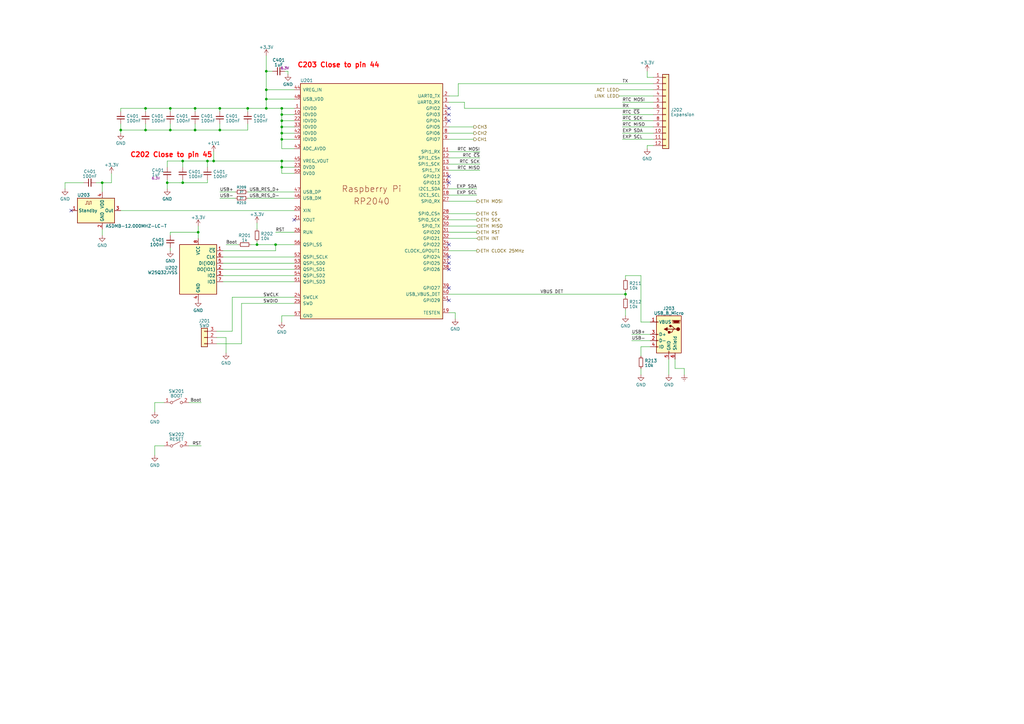
<source format=kicad_sch>
(kicad_sch (version 20230121) (generator eeschema)

  (uuid fb53a772-8e58-43c8-9fb2-f8e622265cbb)

  (paper "A3")

  (lib_symbols
    (symbol "Connector:USB_B_Micro" (pin_names (offset 1.016)) (in_bom yes) (on_board yes)
      (property "Reference" "J" (at -5.08 11.43 0)
        (effects (font (size 1.27 1.27)) (justify left))
      )
      (property "Value" "USB_B_Micro" (at -5.08 8.89 0)
        (effects (font (size 1.27 1.27)) (justify left))
      )
      (property "Footprint" "" (at 3.81 -1.27 0)
        (effects (font (size 1.27 1.27)) hide)
      )
      (property "Datasheet" "~" (at 3.81 -1.27 0)
        (effects (font (size 1.27 1.27)) hide)
      )
      (property "ki_keywords" "connector USB micro" (at 0 0 0)
        (effects (font (size 1.27 1.27)) hide)
      )
      (property "ki_description" "USB Micro Type B connector" (at 0 0 0)
        (effects (font (size 1.27 1.27)) hide)
      )
      (property "ki_fp_filters" "USB*" (at 0 0 0)
        (effects (font (size 1.27 1.27)) hide)
      )
      (symbol "USB_B_Micro_0_1"
        (rectangle (start -5.08 -7.62) (end 5.08 7.62)
          (stroke (width 0.254) (type default))
          (fill (type background))
        )
        (circle (center -3.81 2.159) (radius 0.635)
          (stroke (width 0.254) (type default))
          (fill (type outline))
        )
        (circle (center -0.635 3.429) (radius 0.381)
          (stroke (width 0.254) (type default))
          (fill (type outline))
        )
        (rectangle (start -0.127 -7.62) (end 0.127 -6.858)
          (stroke (width 0) (type default))
          (fill (type none))
        )
        (polyline
          (pts
            (xy -1.905 2.159)
            (xy 0.635 2.159)
          )
          (stroke (width 0.254) (type default))
          (fill (type none))
        )
        (polyline
          (pts
            (xy -3.175 2.159)
            (xy -2.54 2.159)
            (xy -1.27 3.429)
            (xy -0.635 3.429)
          )
          (stroke (width 0.254) (type default))
          (fill (type none))
        )
        (polyline
          (pts
            (xy -2.54 2.159)
            (xy -1.905 2.159)
            (xy -1.27 0.889)
            (xy 0 0.889)
          )
          (stroke (width 0.254) (type default))
          (fill (type none))
        )
        (polyline
          (pts
            (xy 0.635 2.794)
            (xy 0.635 1.524)
            (xy 1.905 2.159)
            (xy 0.635 2.794)
          )
          (stroke (width 0.254) (type default))
          (fill (type outline))
        )
        (polyline
          (pts
            (xy -4.318 5.588)
            (xy -1.778 5.588)
            (xy -2.032 4.826)
            (xy -4.064 4.826)
            (xy -4.318 5.588)
          )
          (stroke (width 0) (type default))
          (fill (type outline))
        )
        (polyline
          (pts
            (xy -4.699 5.842)
            (xy -4.699 5.588)
            (xy -4.445 4.826)
            (xy -4.445 4.572)
            (xy -1.651 4.572)
            (xy -1.651 4.826)
            (xy -1.397 5.588)
            (xy -1.397 5.842)
            (xy -4.699 5.842)
          )
          (stroke (width 0) (type default))
          (fill (type none))
        )
        (rectangle (start 0.254 1.27) (end -0.508 0.508)
          (stroke (width 0.254) (type default))
          (fill (type outline))
        )
        (rectangle (start 5.08 -5.207) (end 4.318 -4.953)
          (stroke (width 0) (type default))
          (fill (type none))
        )
        (rectangle (start 5.08 -2.667) (end 4.318 -2.413)
          (stroke (width 0) (type default))
          (fill (type none))
        )
        (rectangle (start 5.08 -0.127) (end 4.318 0.127)
          (stroke (width 0) (type default))
          (fill (type none))
        )
        (rectangle (start 5.08 4.953) (end 4.318 5.207)
          (stroke (width 0) (type default))
          (fill (type none))
        )
      )
      (symbol "USB_B_Micro_1_1"
        (pin power_out line (at 7.62 5.08 180) (length 2.54)
          (name "VBUS" (effects (font (size 1.27 1.27))))
          (number "1" (effects (font (size 1.27 1.27))))
        )
        (pin bidirectional line (at 7.62 -2.54 180) (length 2.54)
          (name "D-" (effects (font (size 1.27 1.27))))
          (number "2" (effects (font (size 1.27 1.27))))
        )
        (pin bidirectional line (at 7.62 0 180) (length 2.54)
          (name "D+" (effects (font (size 1.27 1.27))))
          (number "3" (effects (font (size 1.27 1.27))))
        )
        (pin passive line (at 7.62 -5.08 180) (length 2.54)
          (name "ID" (effects (font (size 1.27 1.27))))
          (number "4" (effects (font (size 1.27 1.27))))
        )
        (pin power_out line (at 0 -10.16 90) (length 2.54)
          (name "GND" (effects (font (size 1.27 1.27))))
          (number "5" (effects (font (size 1.27 1.27))))
        )
        (pin passive line (at -2.54 -10.16 90) (length 2.54)
          (name "Shield" (effects (font (size 1.27 1.27))))
          (number "6" (effects (font (size 1.27 1.27))))
        )
      )
    )
    (symbol "Connector_Generic:Conn_01x03" (pin_names (offset 1.016) hide) (in_bom yes) (on_board yes)
      (property "Reference" "J" (at 0 5.08 0)
        (effects (font (size 1.27 1.27)))
      )
      (property "Value" "Conn_01x03" (at 0 -5.08 0)
        (effects (font (size 1.27 1.27)))
      )
      (property "Footprint" "" (at 0 0 0)
        (effects (font (size 1.27 1.27)) hide)
      )
      (property "Datasheet" "~" (at 0 0 0)
        (effects (font (size 1.27 1.27)) hide)
      )
      (property "ki_keywords" "connector" (at 0 0 0)
        (effects (font (size 1.27 1.27)) hide)
      )
      (property "ki_description" "Generic connector, single row, 01x03, script generated (kicad-library-utils/schlib/autogen/connector/)" (at 0 0 0)
        (effects (font (size 1.27 1.27)) hide)
      )
      (property "ki_fp_filters" "Connector*:*_1x??_*" (at 0 0 0)
        (effects (font (size 1.27 1.27)) hide)
      )
      (symbol "Conn_01x03_1_1"
        (rectangle (start -1.27 -2.413) (end 0 -2.667)
          (stroke (width 0.1524) (type default))
          (fill (type none))
        )
        (rectangle (start -1.27 0.127) (end 0 -0.127)
          (stroke (width 0.1524) (type default))
          (fill (type none))
        )
        (rectangle (start -1.27 2.667) (end 0 2.413)
          (stroke (width 0.1524) (type default))
          (fill (type none))
        )
        (rectangle (start -1.27 3.81) (end 1.27 -3.81)
          (stroke (width 0.254) (type default))
          (fill (type background))
        )
        (pin passive line (at -5.08 2.54 0) (length 3.81)
          (name "Pin_1" (effects (font (size 1.27 1.27))))
          (number "1" (effects (font (size 1.27 1.27))))
        )
        (pin passive line (at -5.08 0 0) (length 3.81)
          (name "Pin_2" (effects (font (size 1.27 1.27))))
          (number "2" (effects (font (size 1.27 1.27))))
        )
        (pin passive line (at -5.08 -2.54 0) (length 3.81)
          (name "Pin_3" (effects (font (size 1.27 1.27))))
          (number "3" (effects (font (size 1.27 1.27))))
        )
      )
    )
    (symbol "Connector_Generic:Conn_01x12" (pin_names (offset 1.016) hide) (in_bom yes) (on_board yes)
      (property "Reference" "J" (at 0 15.24 0)
        (effects (font (size 1.27 1.27)))
      )
      (property "Value" "Conn_01x12" (at 0 -17.78 0)
        (effects (font (size 1.27 1.27)))
      )
      (property "Footprint" "" (at 0 0 0)
        (effects (font (size 1.27 1.27)) hide)
      )
      (property "Datasheet" "~" (at 0 0 0)
        (effects (font (size 1.27 1.27)) hide)
      )
      (property "ki_keywords" "connector" (at 0 0 0)
        (effects (font (size 1.27 1.27)) hide)
      )
      (property "ki_description" "Generic connector, single row, 01x12, script generated (kicad-library-utils/schlib/autogen/connector/)" (at 0 0 0)
        (effects (font (size 1.27 1.27)) hide)
      )
      (property "ki_fp_filters" "Connector*:*_1x??_*" (at 0 0 0)
        (effects (font (size 1.27 1.27)) hide)
      )
      (symbol "Conn_01x12_1_1"
        (rectangle (start -1.27 -15.113) (end 0 -15.367)
          (stroke (width 0.1524) (type default))
          (fill (type none))
        )
        (rectangle (start -1.27 -12.573) (end 0 -12.827)
          (stroke (width 0.1524) (type default))
          (fill (type none))
        )
        (rectangle (start -1.27 -10.033) (end 0 -10.287)
          (stroke (width 0.1524) (type default))
          (fill (type none))
        )
        (rectangle (start -1.27 -7.493) (end 0 -7.747)
          (stroke (width 0.1524) (type default))
          (fill (type none))
        )
        (rectangle (start -1.27 -4.953) (end 0 -5.207)
          (stroke (width 0.1524) (type default))
          (fill (type none))
        )
        (rectangle (start -1.27 -2.413) (end 0 -2.667)
          (stroke (width 0.1524) (type default))
          (fill (type none))
        )
        (rectangle (start -1.27 0.127) (end 0 -0.127)
          (stroke (width 0.1524) (type default))
          (fill (type none))
        )
        (rectangle (start -1.27 2.667) (end 0 2.413)
          (stroke (width 0.1524) (type default))
          (fill (type none))
        )
        (rectangle (start -1.27 5.207) (end 0 4.953)
          (stroke (width 0.1524) (type default))
          (fill (type none))
        )
        (rectangle (start -1.27 7.747) (end 0 7.493)
          (stroke (width 0.1524) (type default))
          (fill (type none))
        )
        (rectangle (start -1.27 10.287) (end 0 10.033)
          (stroke (width 0.1524) (type default))
          (fill (type none))
        )
        (rectangle (start -1.27 12.827) (end 0 12.573)
          (stroke (width 0.1524) (type default))
          (fill (type none))
        )
        (rectangle (start -1.27 13.97) (end 1.27 -16.51)
          (stroke (width 0.254) (type default))
          (fill (type background))
        )
        (pin passive line (at -5.08 12.7 0) (length 3.81)
          (name "Pin_1" (effects (font (size 1.27 1.27))))
          (number "1" (effects (font (size 1.27 1.27))))
        )
        (pin passive line (at -5.08 -10.16 0) (length 3.81)
          (name "Pin_10" (effects (font (size 1.27 1.27))))
          (number "10" (effects (font (size 1.27 1.27))))
        )
        (pin passive line (at -5.08 -12.7 0) (length 3.81)
          (name "Pin_11" (effects (font (size 1.27 1.27))))
          (number "11" (effects (font (size 1.27 1.27))))
        )
        (pin passive line (at -5.08 -15.24 0) (length 3.81)
          (name "Pin_12" (effects (font (size 1.27 1.27))))
          (number "12" (effects (font (size 1.27 1.27))))
        )
        (pin passive line (at -5.08 10.16 0) (length 3.81)
          (name "Pin_2" (effects (font (size 1.27 1.27))))
          (number "2" (effects (font (size 1.27 1.27))))
        )
        (pin passive line (at -5.08 7.62 0) (length 3.81)
          (name "Pin_3" (effects (font (size 1.27 1.27))))
          (number "3" (effects (font (size 1.27 1.27))))
        )
        (pin passive line (at -5.08 5.08 0) (length 3.81)
          (name "Pin_4" (effects (font (size 1.27 1.27))))
          (number "4" (effects (font (size 1.27 1.27))))
        )
        (pin passive line (at -5.08 2.54 0) (length 3.81)
          (name "Pin_5" (effects (font (size 1.27 1.27))))
          (number "5" (effects (font (size 1.27 1.27))))
        )
        (pin passive line (at -5.08 0 0) (length 3.81)
          (name "Pin_6" (effects (font (size 1.27 1.27))))
          (number "6" (effects (font (size 1.27 1.27))))
        )
        (pin passive line (at -5.08 -2.54 0) (length 3.81)
          (name "Pin_7" (effects (font (size 1.27 1.27))))
          (number "7" (effects (font (size 1.27 1.27))))
        )
        (pin passive line (at -5.08 -5.08 0) (length 3.81)
          (name "Pin_8" (effects (font (size 1.27 1.27))))
          (number "8" (effects (font (size 1.27 1.27))))
        )
        (pin passive line (at -5.08 -7.62 0) (length 3.81)
          (name "Pin_9" (effects (font (size 1.27 1.27))))
          (number "9" (effects (font (size 1.27 1.27))))
        )
      )
    )
    (symbol "Device:C_Small" (pin_numbers hide) (pin_names (offset 0.254) hide) (in_bom yes) (on_board yes)
      (property "Reference" "C" (at 0.254 1.778 0)
        (effects (font (size 1.27 1.27)) (justify left))
      )
      (property "Value" "C_Small" (at 0.254 -2.032 0)
        (effects (font (size 1.27 1.27)) (justify left))
      )
      (property "Footprint" "" (at 0 0 0)
        (effects (font (size 1.27 1.27)) hide)
      )
      (property "Datasheet" "~" (at 0 0 0)
        (effects (font (size 1.27 1.27)) hide)
      )
      (property "ki_keywords" "capacitor cap" (at 0 0 0)
        (effects (font (size 1.27 1.27)) hide)
      )
      (property "ki_description" "Unpolarized capacitor, small symbol" (at 0 0 0)
        (effects (font (size 1.27 1.27)) hide)
      )
      (property "ki_fp_filters" "C_*" (at 0 0 0)
        (effects (font (size 1.27 1.27)) hide)
      )
      (symbol "C_Small_0_1"
        (polyline
          (pts
            (xy -1.524 -0.508)
            (xy 1.524 -0.508)
          )
          (stroke (width 0.3302) (type default))
          (fill (type none))
        )
        (polyline
          (pts
            (xy -1.524 0.508)
            (xy 1.524 0.508)
          )
          (stroke (width 0.3048) (type default))
          (fill (type none))
        )
      )
      (symbol "C_Small_1_1"
        (pin passive line (at 0 2.54 270) (length 2.032)
          (name "~" (effects (font (size 1.27 1.27))))
          (number "1" (effects (font (size 1.27 1.27))))
        )
        (pin passive line (at 0 -2.54 90) (length 2.032)
          (name "~" (effects (font (size 1.27 1.27))))
          (number "2" (effects (font (size 1.27 1.27))))
        )
      )
    )
    (symbol "Device:R_Small" (pin_numbers hide) (pin_names (offset 0.254) hide) (in_bom yes) (on_board yes)
      (property "Reference" "R" (at 0.762 0.508 0)
        (effects (font (size 1.27 1.27)) (justify left))
      )
      (property "Value" "R_Small" (at 0.762 -1.016 0)
        (effects (font (size 1.27 1.27)) (justify left))
      )
      (property "Footprint" "" (at 0 0 0)
        (effects (font (size 1.27 1.27)) hide)
      )
      (property "Datasheet" "~" (at 0 0 0)
        (effects (font (size 1.27 1.27)) hide)
      )
      (property "ki_keywords" "R resistor" (at 0 0 0)
        (effects (font (size 1.27 1.27)) hide)
      )
      (property "ki_description" "Resistor, small symbol" (at 0 0 0)
        (effects (font (size 1.27 1.27)) hide)
      )
      (property "ki_fp_filters" "R_*" (at 0 0 0)
        (effects (font (size 1.27 1.27)) hide)
      )
      (symbol "R_Small_0_1"
        (rectangle (start -0.762 1.778) (end 0.762 -1.778)
          (stroke (width 0.2032) (type default))
          (fill (type none))
        )
      )
      (symbol "R_Small_1_1"
        (pin passive line (at 0 2.54 270) (length 0.762)
          (name "~" (effects (font (size 1.27 1.27))))
          (number "1" (effects (font (size 1.27 1.27))))
        )
        (pin passive line (at 0 -2.54 90) (length 0.762)
          (name "~" (effects (font (size 1.27 1.27))))
          (number "2" (effects (font (size 1.27 1.27))))
        )
      )
    )
    (symbol "Findersee_parts:RP2040" (pin_names (offset 1.016)) (in_bom yes) (on_board yes)
      (property "Reference" "U?" (at -27.94 49.53 0)
        (effects (font (size 1.27 1.27)))
      )
      (property "Value" "RP2040" (at 24.13 -50.8 0)
        (effects (font (size 1.27 1.27)) hide)
      )
      (property "Footprint" "Findersee_parts:RP2040-QFN-56" (at -12.7 -55.88 0)
        (effects (font (size 1.27 1.27)) hide)
      )
      (property "Datasheet" "https://datasheets.raspberrypi.com/rp2040/rp2040-datasheet.pdf" (at 2.54 -53.34 0)
        (effects (font (size 1.27 1.27)) hide)
      )
      (property "Manufacturer" "Raspberry Pi" (at 0 0 0)
        (effects (font (size 1.27 1.27)))
      )
      (symbol "RP2040_0_0"
        (text "Raspberry Pi" (at 0 5.08 0)
          (effects (font (size 2.54 2.54)))
        )
        (text "RP2040" (at 0 0 0)
          (effects (font (size 2.54 2.54)))
        )
      )
      (symbol "RP2040_0_1"
        (rectangle (start -29.21 48.26) (end 29.21 -48.26)
          (stroke (width 0.254) (type default))
          (fill (type background))
        )
      )
      (symbol "RP2040_1_1"
        (pin power_in line (at -31.75 38.1 0) (length 2.54)
          (name "IOVDD" (effects (font (size 1.27 1.27))))
          (number "1" (effects (font (size 1.27 1.27))))
        )
        (pin power_in line (at -31.75 35.56 0) (length 2.54)
          (name "IOVDD" (effects (font (size 1.27 1.27))))
          (number "10" (effects (font (size 1.27 1.27))))
        )
        (pin bidirectional line (at 31.75 20.32 180) (length 2.54)
          (name "GPIO8" (effects (font (size 1.27 1.27))))
          (number "11" (effects (font (size 1.27 1.27))))
          (alternate "I2C0 SDA" bidirectional line)
          (alternate "PWM4 A" output line)
          (alternate "SPI1 RX" passive line)
          (alternate "UART1 TX" output line)
          (alternate "USB VBUS EN" output line)
        )
        (pin bidirectional line (at 31.75 17.78 180) (length 2.54)
          (name "GPIO9" (effects (font (size 1.27 1.27))))
          (number "12" (effects (font (size 1.27 1.27))))
          (alternate "I2C0 SCL" output line)
          (alternate "PWM4 B" output line)
          (alternate "SPI1 CSn" passive line)
          (alternate "UART1 RX" input line)
          (alternate "USB OVCUR DET" input line)
        )
        (pin bidirectional line (at 31.75 15.24 180) (length 2.54)
          (name "GPIO10" (effects (font (size 1.27 1.27))))
          (number "13" (effects (font (size 1.27 1.27))))
          (alternate "I2C1 SDA" bidirectional line)
          (alternate "PWM5 A" output line)
          (alternate "SPI1 SCK" passive line)
          (alternate "UART1 CTS" input line)
          (alternate "USB VBUS DET" input line)
        )
        (pin bidirectional line (at 31.75 12.7 180) (length 2.54)
          (name "GPIO11" (effects (font (size 1.27 1.27))))
          (number "14" (effects (font (size 1.27 1.27))))
          (alternate "I2C1 SCL" output line)
          (alternate "PWM5 B" output line)
          (alternate "SPI1 TX" passive line)
          (alternate "UART1 RTS" output line)
          (alternate "USB VBUS EN" output line)
        )
        (pin bidirectional line (at 31.75 10.16 180) (length 2.54)
          (name "GPIO12" (effects (font (size 1.27 1.27))))
          (number "15" (effects (font (size 1.27 1.27))))
          (alternate "I2C0 SDA" bidirectional line)
          (alternate "PWM6 A" output line)
          (alternate "SPI1 RX" passive line)
          (alternate "UART0 TX" output line)
          (alternate "USB OVCUR DET" input line)
        )
        (pin bidirectional line (at 31.75 7.62 180) (length 2.54)
          (name "GPIO13" (effects (font (size 1.27 1.27))))
          (number "16" (effects (font (size 1.27 1.27))))
          (alternate "I2C0 SCL" output line)
          (alternate "PWM6 B" output line)
          (alternate "SPI1 CSn" passive line)
          (alternate "UART0 RX" input line)
          (alternate "USB VBUS DET" input line)
        )
        (pin bidirectional line (at 31.75 5.08 180) (length 2.54)
          (name "GPIO14" (effects (font (size 1.27 1.27))))
          (number "17" (effects (font (size 1.27 1.27))))
          (alternate "I2C1 SDA" bidirectional line)
          (alternate "PWM7 A" output line)
          (alternate "SPI1 SCK" passive line)
          (alternate "UART0 CTS" input line)
          (alternate "USB VBUS EN" output line)
        )
        (pin bidirectional line (at 31.75 2.54 180) (length 2.54)
          (name "GPIO15" (effects (font (size 1.27 1.27))))
          (number "18" (effects (font (size 1.27 1.27))))
          (alternate "I2C1 SCL" output line)
          (alternate "PWM7 B" output line)
          (alternate "SPI1 TX" passive line)
          (alternate "UART0 RTS" output line)
          (alternate "USB OVCUR DET" input line)
        )
        (pin passive line (at 31.75 -45.72 180) (length 2.54)
          (name "TESTEN" (effects (font (size 1.27 1.27))))
          (number "19" (effects (font (size 1.27 1.27))))
        )
        (pin bidirectional line (at 31.75 43.18 180) (length 2.54)
          (name "GPIO0" (effects (font (size 1.27 1.27))))
          (number "2" (effects (font (size 1.27 1.27))))
          (alternate "I2C0 SDA" bidirectional line)
          (alternate "PWM0 A" output line)
          (alternate "SPI0 RX" input line)
          (alternate "UART0 TX" output line)
          (alternate "USB OVCUR DET" input line)
        )
        (pin input line (at -31.75 -3.81 0) (length 2.54)
          (name "XIN" (effects (font (size 1.27 1.27))))
          (number "20" (effects (font (size 1.27 1.27))))
        )
        (pin passive line (at -31.75 -7.62 0) (length 2.54)
          (name "XOUT" (effects (font (size 1.27 1.27))))
          (number "21" (effects (font (size 1.27 1.27))))
        )
        (pin power_in line (at -31.75 33.02 0) (length 2.54)
          (name "IOVDD" (effects (font (size 1.27 1.27))))
          (number "22" (effects (font (size 1.27 1.27))))
        )
        (pin power_in line (at -31.75 13.97 0) (length 2.54)
          (name "DVDD" (effects (font (size 1.27 1.27))))
          (number "23" (effects (font (size 1.27 1.27))))
        )
        (pin output line (at -31.75 -39.37 0) (length 2.54)
          (name "SWCLK" (effects (font (size 1.27 1.27))))
          (number "24" (effects (font (size 1.27 1.27))))
        )
        (pin bidirectional line (at -31.75 -41.91 0) (length 2.54)
          (name "SWD" (effects (font (size 1.27 1.27))))
          (number "25" (effects (font (size 1.27 1.27))))
        )
        (pin input line (at -31.75 -12.7 0) (length 2.54)
          (name "RUN" (effects (font (size 1.27 1.27))))
          (number "26" (effects (font (size 1.27 1.27))))
        )
        (pin bidirectional line (at 31.75 0 180) (length 2.54)
          (name "GPIO16" (effects (font (size 1.27 1.27))))
          (number "27" (effects (font (size 1.27 1.27))))
          (alternate "I2C0 SDA" bidirectional line)
          (alternate "PWM0 A" output line)
          (alternate "SPI0 RX" passive line)
          (alternate "UART0 TX" output line)
          (alternate "USB VBUS DET" input line)
        )
        (pin bidirectional line (at 31.75 -5.08 180) (length 2.54)
          (name "GPIO17" (effects (font (size 1.27 1.27))))
          (number "28" (effects (font (size 1.27 1.27))))
          (alternate "I2C0 SCL" output line)
          (alternate "PWM0 B" output line)
          (alternate "SPI0 CSn" passive line)
          (alternate "UART0 RX" input line)
          (alternate "USB VBUS EN" output line)
        )
        (pin bidirectional line (at 31.75 -7.62 180) (length 2.54)
          (name "GPIO18" (effects (font (size 1.27 1.27))))
          (number "29" (effects (font (size 1.27 1.27))))
          (alternate "I2C1 SDA" bidirectional line)
          (alternate "PWM1 A" output line)
          (alternate "SPI0 SCK" passive line)
          (alternate "UART0 CTS" input line)
          (alternate "USB OVCUR DET" input line)
        )
        (pin bidirectional line (at 31.75 40.64 180) (length 2.54)
          (name "GPIO1" (effects (font (size 1.27 1.27))))
          (number "3" (effects (font (size 1.27 1.27))))
          (alternate "I2C0 SCL" passive line)
          (alternate "PWM0 B" output line)
          (alternate "SPI0 CSn" passive line)
          (alternate "UART0 RX" input line)
          (alternate "USB VBUS DET" input line)
        )
        (pin bidirectional line (at 31.75 -10.16 180) (length 2.54)
          (name "GPIO19" (effects (font (size 1.27 1.27))))
          (number "30" (effects (font (size 1.27 1.27))))
          (alternate "I2C1 SCL" output line)
          (alternate "PWM1 B" output line)
          (alternate "SPI0 TX" passive line)
          (alternate "UART0 RTS" output line)
          (alternate "USB VBUS DET" input line)
        )
        (pin bidirectional line (at 31.75 -12.7 180) (length 2.54)
          (name "GPIO20" (effects (font (size 1.27 1.27))))
          (number "31" (effects (font (size 1.27 1.27))))
          (alternate "CLOCK GPIN0" input line)
          (alternate "I2C0 SDA" bidirectional line)
          (alternate "PWM2 A" output line)
          (alternate "SPI0 RX" passive line)
          (alternate "UART1 TX" output line)
          (alternate "USB VBUS EN" output line)
        )
        (pin bidirectional line (at 31.75 -15.24 180) (length 2.54)
          (name "GPIO21" (effects (font (size 1.27 1.27))))
          (number "32" (effects (font (size 1.27 1.27))))
          (alternate "CLOCK GPOUT0" output line)
          (alternate "I2C0 SCL" output line)
          (alternate "PWM2 B" output line)
          (alternate "SPI0 CSn" passive line)
          (alternate "UART1 RX" input line)
          (alternate "USB OVCUR DET" input line)
        )
        (pin power_in line (at -31.75 30.48 0) (length 2.54)
          (name "IOVDD" (effects (font (size 1.27 1.27))))
          (number "33" (effects (font (size 1.27 1.27))))
        )
        (pin bidirectional line (at 31.75 -17.78 180) (length 2.54)
          (name "GPIO22" (effects (font (size 1.27 1.27))))
          (number "34" (effects (font (size 1.27 1.27))))
          (alternate "CLOCK GPIN1" input line)
          (alternate "I2C1 SDA" bidirectional line)
          (alternate "PWM3 A" output line)
          (alternate "SPI0 SCK" passive line)
          (alternate "UART1 CTS" input line)
          (alternate "USB VBUS DET" input line)
        )
        (pin bidirectional line (at 31.75 -20.32 180) (length 2.54)
          (name "GPIO23" (effects (font (size 1.27 1.27))))
          (number "35" (effects (font (size 1.27 1.27))))
          (alternate "CLOCK GPOUT1" output line)
          (alternate "I2C1 SCL" output line)
          (alternate "PWM3 B" output line)
          (alternate "SPI0 TX" passive line)
          (alternate "UART1 RTS" output line)
          (alternate "USB VBUS EN" output line)
        )
        (pin bidirectional line (at 31.75 -22.86 180) (length 2.54)
          (name "GPIO24" (effects (font (size 1.27 1.27))))
          (number "36" (effects (font (size 1.27 1.27))))
          (alternate "CLOCK GPOUT2" output line)
          (alternate "I2C0 SDA" bidirectional line)
          (alternate "PWM4 A" output line)
          (alternate "SPI1 RX" passive line)
          (alternate "UART1 TX" output line)
          (alternate "USB OVCUR DET" input line)
        )
        (pin bidirectional line (at 31.75 -25.4 180) (length 2.54)
          (name "GPIO25" (effects (font (size 1.27 1.27))))
          (number "37" (effects (font (size 1.27 1.27))))
          (alternate "CLOCK GPOUT3" output line)
          (alternate "I2C0 SCL" output line)
          (alternate "PWM4 B" output line)
          (alternate "SPI1 CSn" passive line)
          (alternate "UART1 RX" input line)
          (alternate "USB VBUS DET" input line)
        )
        (pin bidirectional line (at 31.75 -27.94 180) (length 2.54)
          (name "GPIO26" (effects (font (size 1.27 1.27))))
          (number "38" (effects (font (size 1.27 1.27))))
          (alternate "ADC0" passive line)
          (alternate "I2C1 SDA" bidirectional line)
          (alternate "PWM5 A" output line)
          (alternate "SPI1 SCK" passive line)
          (alternate "UART1 CTS" input line)
          (alternate "USB VBUS EN" output line)
        )
        (pin bidirectional line (at 31.75 -35.56 180) (length 2.54)
          (name "GPIO27" (effects (font (size 1.27 1.27))))
          (number "39" (effects (font (size 1.27 1.27))))
          (alternate "ADC1" passive line)
          (alternate "I2C1 SCL" output line)
          (alternate "PWM5 B" output line)
          (alternate "SPI1 TX" passive line)
          (alternate "UART1 RTS" output line)
          (alternate "USB OVCUR DET" input line)
        )
        (pin bidirectional line (at 31.75 38.1 180) (length 2.54)
          (name "GPIO2" (effects (font (size 1.27 1.27))))
          (number "4" (effects (font (size 1.27 1.27))))
          (alternate "I2C1 SDA" bidirectional line)
          (alternate "PWM1 A" output line)
          (alternate "SPI0 SCK" passive line)
          (alternate "UART0 CTS" input line)
          (alternate "USB VBUS EN" output line)
        )
        (pin bidirectional line (at 31.75 -38.1 180) (length 2.54)
          (name "GPIO28" (effects (font (size 1.27 1.27))))
          (number "40" (effects (font (size 1.27 1.27))))
          (alternate "ADC2" passive line)
          (alternate "I2C0 SDA" bidirectional line)
          (alternate "PWM6 A" output line)
          (alternate "SPI1 RX" passive line)
          (alternate "UART0 TX" output line)
          (alternate "USB VBUS DET" input line)
        )
        (pin bidirectional line (at 31.75 -40.64 180) (length 2.54)
          (name "GPIO29" (effects (font (size 1.27 1.27))))
          (number "41" (effects (font (size 1.27 1.27))))
          (alternate "ADC3" passive line)
          (alternate "I2C0 SCL" output line)
          (alternate "PWM6 B" output line)
          (alternate "SPI1 CSn" passive line)
          (alternate "UART0 RX" input line)
          (alternate "USB VBUS EN" output line)
        )
        (pin power_in line (at -31.75 27.94 0) (length 2.54)
          (name "IOVDD" (effects (font (size 1.27 1.27))))
          (number "42" (effects (font (size 1.27 1.27))))
        )
        (pin power_in line (at -31.75 21.59 0) (length 2.54)
          (name "ADC_AVDD" (effects (font (size 1.27 1.27))))
          (number "43" (effects (font (size 1.27 1.27))))
        )
        (pin power_in line (at -31.75 45.72 0) (length 2.54)
          (name "VREG_IN" (effects (font (size 1.27 1.27))))
          (number "44" (effects (font (size 1.27 1.27))))
        )
        (pin power_out line (at -31.75 16.51 0) (length 2.54)
          (name "VREG_VOUT" (effects (font (size 1.27 1.27))))
          (number "45" (effects (font (size 1.27 1.27))))
        )
        (pin bidirectional line (at -31.75 1.27 0) (length 2.54)
          (name "USB_DM" (effects (font (size 1.27 1.27))))
          (number "46" (effects (font (size 1.27 1.27))))
        )
        (pin bidirectional line (at -31.75 3.81 0) (length 2.54)
          (name "USB_DP" (effects (font (size 1.27 1.27))))
          (number "47" (effects (font (size 1.27 1.27))))
        )
        (pin power_in line (at -31.75 41.91 0) (length 2.54)
          (name "USB_VDD" (effects (font (size 1.27 1.27))))
          (number "48" (effects (font (size 1.27 1.27))))
        )
        (pin power_in line (at -31.75 25.4 0) (length 2.54)
          (name "IOVDD" (effects (font (size 1.27 1.27))))
          (number "49" (effects (font (size 1.27 1.27))))
        )
        (pin bidirectional line (at 31.75 35.56 180) (length 2.54)
          (name "GPIO3" (effects (font (size 1.27 1.27))))
          (number "5" (effects (font (size 1.27 1.27))))
          (alternate "I2C1 SCL" output line)
          (alternate "PWM1 B" output line)
          (alternate "SPI0 TX" passive line)
          (alternate "UART0 RTS" output line)
          (alternate "USB OVCUR DET" input line)
        )
        (pin power_in line (at -31.75 11.43 0) (length 2.54)
          (name "DVDD" (effects (font (size 1.27 1.27))))
          (number "50" (effects (font (size 1.27 1.27))))
        )
        (pin bidirectional line (at -31.75 -33.02 0) (length 2.54)
          (name "QSPI_SD3" (effects (font (size 1.27 1.27))))
          (number "51" (effects (font (size 1.27 1.27))))
        )
        (pin output line (at -31.75 -22.86 0) (length 2.54)
          (name "QSPI_SCLK" (effects (font (size 1.27 1.27))))
          (number "52" (effects (font (size 1.27 1.27))))
        )
        (pin bidirectional line (at -31.75 -25.4 0) (length 2.54)
          (name "QSPI_SD0" (effects (font (size 1.27 1.27))))
          (number "53" (effects (font (size 1.27 1.27))))
        )
        (pin bidirectional line (at -31.75 -30.48 0) (length 2.54)
          (name "QSPI_SD2" (effects (font (size 1.27 1.27))))
          (number "54" (effects (font (size 1.27 1.27))))
        )
        (pin bidirectional line (at -31.75 -27.94 0) (length 2.54)
          (name "QSPI_SD1" (effects (font (size 1.27 1.27))))
          (number "55" (effects (font (size 1.27 1.27))))
        )
        (pin bidirectional line (at -31.75 -17.78 0) (length 2.54)
          (name "QSPI_SS" (effects (font (size 1.27 1.27))))
          (number "56" (effects (font (size 1.27 1.27))))
        )
        (pin power_in line (at -31.75 -46.99 0) (length 2.54)
          (name "GND" (effects (font (size 1.27 1.27))))
          (number "57" (effects (font (size 1.27 1.27))))
        )
        (pin bidirectional line (at 31.75 33.02 180) (length 2.54)
          (name "GPIO4" (effects (font (size 1.27 1.27))))
          (number "6" (effects (font (size 1.27 1.27))))
          (alternate "I2C0 SDA" bidirectional line)
          (alternate "PWM2 A" output line)
          (alternate "SPI0 RX" passive line)
          (alternate "UART1 TX" output line)
          (alternate "USB VBUS DET" input line)
        )
        (pin bidirectional line (at 31.75 30.48 180) (length 2.54)
          (name "GPIO5" (effects (font (size 1.27 1.27))))
          (number "7" (effects (font (size 1.27 1.27))))
          (alternate "I2C0 SCL" output line)
          (alternate "PWM2 B" output line)
          (alternate "SPI0 CSn" passive line)
          (alternate "UART1 RX" input line)
          (alternate "USB VBUS EN" output line)
        )
        (pin bidirectional line (at 31.75 27.94 180) (length 2.54)
          (name "GPIO6" (effects (font (size 1.27 1.27))))
          (number "8" (effects (font (size 1.27 1.27))))
          (alternate "I2C1 SDA" bidirectional line)
          (alternate "PWM3 A" output line)
          (alternate "SPI0 SCK" passive line)
          (alternate "UART1 CTS" input line)
          (alternate "USB OVCUR DET" input line)
        )
        (pin bidirectional line (at 31.75 25.4 180) (length 2.54)
          (name "GPIO7" (effects (font (size 1.27 1.27))))
          (number "9" (effects (font (size 1.27 1.27))))
          (alternate "I2C1 SCL" output line)
          (alternate "PWM3 B" output line)
          (alternate "SPI0 TX" passive line)
          (alternate "UART1 RTS" output line)
          (alternate "USB VBUS DET" input line)
        )
      )
    )
    (symbol "Memory_Flash:W25Q32JVSS" (in_bom yes) (on_board yes)
      (property "Reference" "U" (at -6.35 11.43 0)
        (effects (font (size 1.27 1.27)))
      )
      (property "Value" "W25Q32JVSS" (at 7.62 11.43 0)
        (effects (font (size 1.27 1.27)))
      )
      (property "Footprint" "Package_SO:SOIC-8_5.23x5.23mm_P1.27mm" (at 0 0 0)
        (effects (font (size 1.27 1.27)) hide)
      )
      (property "Datasheet" "http://www.winbond.com/resource-files/w25q32jv%20revg%2003272018%20plus.pdf" (at 0 0 0)
        (effects (font (size 1.27 1.27)) hide)
      )
      (property "ki_keywords" "flash memory SPI" (at 0 0 0)
        (effects (font (size 1.27 1.27)) hide)
      )
      (property "ki_description" "32Mb Serial Flash Memory, Standard/Dual/Quad SPI, SOIC-8" (at 0 0 0)
        (effects (font (size 1.27 1.27)) hide)
      )
      (property "ki_fp_filters" "SOIC*5.23x5.23mm*P1.27mm*" (at 0 0 0)
        (effects (font (size 1.27 1.27)) hide)
      )
      (symbol "W25Q32JVSS_0_1"
        (rectangle (start -7.62 10.16) (end 7.62 -10.16)
          (stroke (width 0.254) (type default))
          (fill (type background))
        )
      )
      (symbol "W25Q32JVSS_1_1"
        (pin input line (at -10.16 7.62 0) (length 2.54)
          (name "~{CS}" (effects (font (size 1.27 1.27))))
          (number "1" (effects (font (size 1.27 1.27))))
        )
        (pin bidirectional line (at -10.16 0 0) (length 2.54)
          (name "DO(IO1)" (effects (font (size 1.27 1.27))))
          (number "2" (effects (font (size 1.27 1.27))))
        )
        (pin bidirectional line (at -10.16 -2.54 0) (length 2.54)
          (name "IO2" (effects (font (size 1.27 1.27))))
          (number "3" (effects (font (size 1.27 1.27))))
        )
        (pin power_in line (at 0 -12.7 90) (length 2.54)
          (name "GND" (effects (font (size 1.27 1.27))))
          (number "4" (effects (font (size 1.27 1.27))))
        )
        (pin bidirectional line (at -10.16 2.54 0) (length 2.54)
          (name "DI(IO0)" (effects (font (size 1.27 1.27))))
          (number "5" (effects (font (size 1.27 1.27))))
        )
        (pin input line (at -10.16 5.08 0) (length 2.54)
          (name "CLK" (effects (font (size 1.27 1.27))))
          (number "6" (effects (font (size 1.27 1.27))))
        )
        (pin bidirectional line (at -10.16 -5.08 0) (length 2.54)
          (name "IO3" (effects (font (size 1.27 1.27))))
          (number "7" (effects (font (size 1.27 1.27))))
        )
        (pin power_in line (at 0 12.7 270) (length 2.54)
          (name "VCC" (effects (font (size 1.27 1.27))))
          (number "8" (effects (font (size 1.27 1.27))))
        )
      )
    )
    (symbol "Oscillator:ASDMB-xxxMHz" (in_bom yes) (on_board yes)
      (property "Reference" "U" (at -6.35 6.35 0)
        (effects (font (size 1.27 1.27)))
      )
      (property "Value" "ASDMB-xxxMHz" (at 11.43 6.35 0)
        (effects (font (size 1.27 1.27)))
      )
      (property "Footprint" "Oscillator:Oscillator_SMD_Abracon_ASDMB-4Pin_2.5x2.0mm" (at 0 0 0)
        (effects (font (size 1.27 1.27)) hide)
      )
      (property "Datasheet" "https://abracon.com/Oscillators/ASDMB.pdf" (at 7.62 11.43 0)
        (effects (font (size 1.27 1.27)) hide)
      )
      (property "ki_keywords" "1.8-3.3V SMD Ultra Miniature Crystal Clock Oscillator" (at 0 0 0)
        (effects (font (size 1.27 1.27)) hide)
      )
      (property "ki_description" "1.8-3.3V SMD Ultra Miniature Crystal Clock Oscillator, Abracon" (at 0 0 0)
        (effects (font (size 1.27 1.27)) hide)
      )
      (property "ki_fp_filters" "Oscillator*SMD*Abracon*ASDMB*2.5x2.0mm*" (at 0 0 0)
        (effects (font (size 1.27 1.27)) hide)
      )
      (symbol "ASDMB-xxxMHz_1_1"
        (rectangle (start -7.62 5.08) (end 7.62 -5.08)
          (stroke (width 0.254) (type default))
          (fill (type background))
        )
        (polyline
          (pts
            (xy -4.445 2.54)
            (xy -3.81 2.54)
            (xy -3.81 3.81)
            (xy -3.175 3.81)
            (xy -3.175 2.54)
            (xy -2.54 2.54)
            (xy -2.54 3.81)
            (xy -1.905 3.81)
            (xy -1.905 2.54)
          )
          (stroke (width 0) (type default))
          (fill (type none))
        )
        (pin input line (at -10.16 0 0) (length 2.54)
          (name "Standby" (effects (font (size 1.27 1.27))))
          (number "1" (effects (font (size 1.27 1.27))))
        )
        (pin power_in line (at 2.54 -7.62 90) (length 2.54)
          (name "GND" (effects (font (size 1.27 1.27))))
          (number "2" (effects (font (size 1.27 1.27))))
        )
        (pin output line (at 10.16 0 180) (length 2.54)
          (name "Out" (effects (font (size 1.27 1.27))))
          (number "3" (effects (font (size 1.27 1.27))))
        )
        (pin power_in line (at 2.54 7.62 270) (length 2.54)
          (name "VDD" (effects (font (size 1.27 1.27))))
          (number "4" (effects (font (size 1.27 1.27))))
        )
      )
    )
    (symbol "Switch:SW_SPST" (pin_names (offset 0) hide) (in_bom yes) (on_board yes)
      (property "Reference" "SW" (at 0 3.175 0)
        (effects (font (size 1.27 1.27)))
      )
      (property "Value" "SW_SPST" (at 0 -2.54 0)
        (effects (font (size 1.27 1.27)))
      )
      (property "Footprint" "" (at 0 0 0)
        (effects (font (size 1.27 1.27)) hide)
      )
      (property "Datasheet" "~" (at 0 0 0)
        (effects (font (size 1.27 1.27)) hide)
      )
      (property "ki_keywords" "switch lever" (at 0 0 0)
        (effects (font (size 1.27 1.27)) hide)
      )
      (property "ki_description" "Single Pole Single Throw (SPST) switch" (at 0 0 0)
        (effects (font (size 1.27 1.27)) hide)
      )
      (symbol "SW_SPST_0_0"
        (circle (center -2.032 0) (radius 0.508)
          (stroke (width 0) (type default))
          (fill (type none))
        )
        (polyline
          (pts
            (xy -1.524 0.254)
            (xy 1.524 1.778)
          )
          (stroke (width 0) (type default))
          (fill (type none))
        )
        (circle (center 2.032 0) (radius 0.508)
          (stroke (width 0) (type default))
          (fill (type none))
        )
      )
      (symbol "SW_SPST_1_1"
        (pin passive line (at -5.08 0 0) (length 2.54)
          (name "A" (effects (font (size 1.27 1.27))))
          (number "1" (effects (font (size 1.27 1.27))))
        )
        (pin passive line (at 5.08 0 180) (length 2.54)
          (name "B" (effects (font (size 1.27 1.27))))
          (number "2" (effects (font (size 1.27 1.27))))
        )
      )
    )
    (symbol "power:+1V1" (power) (pin_names (offset 0)) (in_bom yes) (on_board yes)
      (property "Reference" "#PWR" (at 0 -3.81 0)
        (effects (font (size 1.27 1.27)) hide)
      )
      (property "Value" "+1V1" (at 0 3.556 0)
        (effects (font (size 1.27 1.27)))
      )
      (property "Footprint" "" (at 0 0 0)
        (effects (font (size 1.27 1.27)) hide)
      )
      (property "Datasheet" "" (at 0 0 0)
        (effects (font (size 1.27 1.27)) hide)
      )
      (property "ki_keywords" "global power" (at 0 0 0)
        (effects (font (size 1.27 1.27)) hide)
      )
      (property "ki_description" "Power symbol creates a global label with name \"+1V1\"" (at 0 0 0)
        (effects (font (size 1.27 1.27)) hide)
      )
      (symbol "+1V1_0_1"
        (polyline
          (pts
            (xy -0.762 1.27)
            (xy 0 2.54)
          )
          (stroke (width 0) (type default))
          (fill (type none))
        )
        (polyline
          (pts
            (xy 0 0)
            (xy 0 2.54)
          )
          (stroke (width 0) (type default))
          (fill (type none))
        )
        (polyline
          (pts
            (xy 0 2.54)
            (xy 0.762 1.27)
          )
          (stroke (width 0) (type default))
          (fill (type none))
        )
      )
      (symbol "+1V1_1_1"
        (pin power_in line (at 0 0 90) (length 0) hide
          (name "+1V1" (effects (font (size 1.27 1.27))))
          (number "1" (effects (font (size 1.27 1.27))))
        )
      )
    )
    (symbol "power:+3.3V" (power) (pin_names (offset 0)) (in_bom yes) (on_board yes)
      (property "Reference" "#PWR" (at 0 -3.81 0)
        (effects (font (size 1.27 1.27)) hide)
      )
      (property "Value" "+3.3V" (at 0 3.556 0)
        (effects (font (size 1.27 1.27)))
      )
      (property "Footprint" "" (at 0 0 0)
        (effects (font (size 1.27 1.27)) hide)
      )
      (property "Datasheet" "" (at 0 0 0)
        (effects (font (size 1.27 1.27)) hide)
      )
      (property "ki_keywords" "global power" (at 0 0 0)
        (effects (font (size 1.27 1.27)) hide)
      )
      (property "ki_description" "Power symbol creates a global label with name \"+3.3V\"" (at 0 0 0)
        (effects (font (size 1.27 1.27)) hide)
      )
      (symbol "+3.3V_0_1"
        (polyline
          (pts
            (xy -0.762 1.27)
            (xy 0 2.54)
          )
          (stroke (width 0) (type default))
          (fill (type none))
        )
        (polyline
          (pts
            (xy 0 0)
            (xy 0 2.54)
          )
          (stroke (width 0) (type default))
          (fill (type none))
        )
        (polyline
          (pts
            (xy 0 2.54)
            (xy 0.762 1.27)
          )
          (stroke (width 0) (type default))
          (fill (type none))
        )
      )
      (symbol "+3.3V_1_1"
        (pin power_in line (at 0 0 90) (length 0) hide
          (name "+3.3V" (effects (font (size 1.27 1.27))))
          (number "1" (effects (font (size 1.27 1.27))))
        )
      )
    )
    (symbol "power:Earth" (power) (pin_names (offset 0)) (in_bom yes) (on_board yes)
      (property "Reference" "#PWR" (at 0 -6.35 0)
        (effects (font (size 1.27 1.27)) hide)
      )
      (property "Value" "Earth" (at 0 -3.81 0)
        (effects (font (size 1.27 1.27)) hide)
      )
      (property "Footprint" "" (at 0 0 0)
        (effects (font (size 1.27 1.27)) hide)
      )
      (property "Datasheet" "~" (at 0 0 0)
        (effects (font (size 1.27 1.27)) hide)
      )
      (property "ki_keywords" "global ground gnd" (at 0 0 0)
        (effects (font (size 1.27 1.27)) hide)
      )
      (property "ki_description" "Power symbol creates a global label with name \"Earth\"" (at 0 0 0)
        (effects (font (size 1.27 1.27)) hide)
      )
      (symbol "Earth_0_1"
        (polyline
          (pts
            (xy -0.635 -1.905)
            (xy 0.635 -1.905)
          )
          (stroke (width 0) (type default))
          (fill (type none))
        )
        (polyline
          (pts
            (xy -0.127 -2.54)
            (xy 0.127 -2.54)
          )
          (stroke (width 0) (type default))
          (fill (type none))
        )
        (polyline
          (pts
            (xy 0 -1.27)
            (xy 0 0)
          )
          (stroke (width 0) (type default))
          (fill (type none))
        )
        (polyline
          (pts
            (xy 1.27 -1.27)
            (xy -1.27 -1.27)
          )
          (stroke (width 0) (type default))
          (fill (type none))
        )
      )
      (symbol "Earth_1_1"
        (pin power_in line (at 0 0 270) (length 0) hide
          (name "Earth" (effects (font (size 1.27 1.27))))
          (number "1" (effects (font (size 1.27 1.27))))
        )
      )
    )
    (symbol "power:GND" (power) (pin_names (offset 0)) (in_bom yes) (on_board yes)
      (property "Reference" "#PWR" (at 0 -6.35 0)
        (effects (font (size 1.27 1.27)) hide)
      )
      (property "Value" "GND" (at 0 -3.81 0)
        (effects (font (size 1.27 1.27)))
      )
      (property "Footprint" "" (at 0 0 0)
        (effects (font (size 1.27 1.27)) hide)
      )
      (property "Datasheet" "" (at 0 0 0)
        (effects (font (size 1.27 1.27)) hide)
      )
      (property "ki_keywords" "global power" (at 0 0 0)
        (effects (font (size 1.27 1.27)) hide)
      )
      (property "ki_description" "Power symbol creates a global label with name \"GND\" , ground" (at 0 0 0)
        (effects (font (size 1.27 1.27)) hide)
      )
      (symbol "GND_0_1"
        (polyline
          (pts
            (xy 0 0)
            (xy 0 -1.27)
            (xy 1.27 -1.27)
            (xy 0 -2.54)
            (xy -1.27 -1.27)
            (xy 0 -1.27)
          )
          (stroke (width 0) (type default))
          (fill (type none))
        )
      )
      (symbol "GND_1_1"
        (pin power_in line (at 0 0 270) (length 0) hide
          (name "GND" (effects (font (size 1.27 1.27))))
          (number "1" (effects (font (size 1.27 1.27))))
        )
      )
    )
  )

  (junction (at 115.57 66.04) (diameter 0) (color 0 0 0 0)
    (uuid 158a1410-a947-4861-b9d3-fa3a44e8e1b9)
  )
  (junction (at 115.57 54.61) (diameter 0) (color 0 0 0 0)
    (uuid 19615d12-100e-4a80-82fe-3a2df42f121d)
  )
  (junction (at 49.53 53.34) (diameter 0) (color 0 0 0 0)
    (uuid 1ccdf79e-69c1-4812-b7cb-511e00e53a83)
  )
  (junction (at 69.85 44.45) (diameter 0) (color 0 0 0 0)
    (uuid 20253941-1ed0-44c9-ba43-717a0afef545)
  )
  (junction (at 80.01 53.34) (diameter 0) (color 0 0 0 0)
    (uuid 20c5ccb5-3e01-4206-978d-8bac7803872b)
  )
  (junction (at 59.69 44.45) (diameter 0) (color 0 0 0 0)
    (uuid 2ca9507d-493b-4046-b5cd-896e2ea2ce06)
  )
  (junction (at 90.17 53.34) (diameter 0) (color 0 0 0 0)
    (uuid 2e87108f-4293-482e-917d-791cfd60771c)
  )
  (junction (at 69.85 53.34) (diameter 0) (color 0 0 0 0)
    (uuid 35cb0f88-2a59-4efa-a24b-4d757e6d4a6e)
  )
  (junction (at 68.58 74.93) (diameter 0) (color 0 0 0 0)
    (uuid 4bb07ba4-de2f-4905-8ab4-335fe149648f)
  )
  (junction (at 105.41 100.33) (diameter 0) (color 0 0 0 0)
    (uuid 52c111af-dc96-435f-a943-28c6d04e599f)
  )
  (junction (at 81.28 95.25) (diameter 0) (color 0 0 0 0)
    (uuid 5e247162-c982-439e-96e5-12fde54eccfe)
  )
  (junction (at 74.93 66.04) (diameter 0) (color 0 0 0 0)
    (uuid 5f711a9c-fc84-41e7-8b43-0285290fbc78)
  )
  (junction (at 74.93 74.93) (diameter 0) (color 0 0 0 0)
    (uuid 604106e9-b87e-4fa3-b8fa-860ab2fc5454)
  )
  (junction (at 256.54 120.65) (diameter 0) (color 0 0 0 0)
    (uuid 62f06255-c7e0-49a1-965e-d8d66f3389a4)
  )
  (junction (at 109.22 40.64) (diameter 0) (color 0 0 0 0)
    (uuid 63201690-9c75-4a0b-ac0a-24f6b8cbb1e1)
  )
  (junction (at 109.22 36.83) (diameter 0) (color 0 0 0 0)
    (uuid 68265497-62dc-44fb-86d1-f8989346faf3)
  )
  (junction (at 80.01 44.45) (diameter 0) (color 0 0 0 0)
    (uuid 6a0759ab-338e-49e3-802a-9f5213b09650)
  )
  (junction (at 87.63 66.04) (diameter 0) (color 0 0 0 0)
    (uuid 7d8b215f-9013-4197-9192-9404d1bec9b5)
  )
  (junction (at 115.57 52.07) (diameter 0) (color 0 0 0 0)
    (uuid 88368e91-fadf-48cd-87ce-843d22d83c69)
  )
  (junction (at 109.22 44.45) (diameter 0) (color 0 0 0 0)
    (uuid 8c767711-45e5-4ba6-8ba9-99435c94e910)
  )
  (junction (at 41.91 74.93) (diameter 0) (color 0 0 0 0)
    (uuid 8cdd27f2-fa3d-404d-ae1a-d5bd3962a0eb)
  )
  (junction (at 85.09 66.04) (diameter 0) (color 0 0 0 0)
    (uuid 91d3d58b-035b-4945-a17b-311478a8ba6b)
  )
  (junction (at 115.57 46.99) (diameter 0) (color 0 0 0 0)
    (uuid 9929a37e-5a7d-40d7-aca1-c9a5f488d13c)
  )
  (junction (at 115.57 49.53) (diameter 0) (color 0 0 0 0)
    (uuid 9d1dee59-0fb0-4966-871c-52c3b1507ad2)
  )
  (junction (at 115.57 68.58) (diameter 0) (color 0 0 0 0)
    (uuid aec23f1a-72f1-4f55-836e-471e5285bbc6)
  )
  (junction (at 113.03 100.33) (diameter 0) (color 0 0 0 0)
    (uuid b0eb44c4-469e-4365-a63e-b717b75b80a6)
  )
  (junction (at 90.17 44.45) (diameter 0) (color 0 0 0 0)
    (uuid c0d84428-8904-403d-84fc-63ccd84a37e5)
  )
  (junction (at 109.22 29.21) (diameter 0) (color 0 0 0 0)
    (uuid d281a4c8-6433-45a4-bb9d-fec4ddbeecee)
  )
  (junction (at 59.69 53.34) (diameter 0) (color 0 0 0 0)
    (uuid e0c14bb4-9888-4b56-b45f-3be334874be9)
  )
  (junction (at 115.57 57.15) (diameter 0) (color 0 0 0 0)
    (uuid e9ef746c-0888-423a-ae80-9aa898f2b3e6)
  )
  (junction (at 115.57 44.45) (diameter 0) (color 0 0 0 0)
    (uuid f38fa4f5-0d4f-4685-9329-9b6d28480dcf)
  )
  (junction (at 101.6 44.45) (diameter 0) (color 0 0 0 0)
    (uuid f44a6b3c-1222-4004-819b-e1da6bbd138d)
  )

  (no_connect (at 184.15 118.11) (uuid 238f2f41-fec3-433a-8966-ad43b754eb50))
  (no_connect (at 184.15 74.93) (uuid 493d7493-cac5-410d-a0e9-72eb73df5410))
  (no_connect (at 120.65 90.17) (uuid 4cf2ab88-6eb0-43e4-96d8-6d3b7d314944))
  (no_connect (at 184.15 100.33) (uuid 5eeeacc8-6234-4860-9209-a0e49bd87240))
  (no_connect (at 184.15 46.99) (uuid 682b01de-0ce3-4f43-91bc-b900ade7652e))
  (no_connect (at 29.21 86.36) (uuid 7d4743cc-f48d-4447-8abc-b8613606134e))
  (no_connect (at 184.15 72.39) (uuid 81caebce-4323-4658-b71c-572a34db44db))
  (no_connect (at 184.15 107.95) (uuid 981d9a54-cf34-4fda-bd7a-ddd248481319))
  (no_connect (at 184.15 44.45) (uuid 98df79d3-e746-4bd3-871d-722143ac2896))
  (no_connect (at 184.15 105.41) (uuid bae9366b-2edf-479a-9a2d-540fb22d8684))
  (no_connect (at 184.15 110.49) (uuid cb8fc4fa-f643-42de-8e59-795b61062ab5))
  (no_connect (at 184.15 123.19) (uuid daeb3cde-cde1-4c56-9c95-cac05ef17d42))
  (no_connect (at 184.15 49.53) (uuid f2a0eff8-9347-4b0f-a9ed-0b249fef53ac))

  (wire (pts (xy 115.57 44.45) (xy 120.65 44.45))
    (stroke (width 0) (type default))
    (uuid 0047104d-e750-4fbc-8cdf-092dd99155bc)
  )
  (wire (pts (xy 267.97 39.37) (xy 254 39.37))
    (stroke (width 0) (type default))
    (uuid 0065160f-1028-4000-a955-972e4198c29d)
  )
  (wire (pts (xy 49.53 44.45) (xy 49.53 45.72))
    (stroke (width 0) (type default))
    (uuid 02fd9f45-bddd-4001-9778-5bb8d6dc6abf)
  )
  (wire (pts (xy 101.6 50.8) (xy 101.6 53.34))
    (stroke (width 0) (type default))
    (uuid 0562df73-14e5-430b-900a-8f7369b8e33f)
  )
  (wire (pts (xy 69.85 44.45) (xy 59.69 44.45))
    (stroke (width 0) (type default))
    (uuid 07242c97-8298-45b9-a33d-19552f18e786)
  )
  (wire (pts (xy 85.09 66.04) (xy 85.09 68.58))
    (stroke (width 0) (type default))
    (uuid 090d6f58-4ed1-4322-9944-c8ab56ea95be)
  )
  (wire (pts (xy 184.15 80.01) (xy 195.58 80.01))
    (stroke (width 0) (type default))
    (uuid 09ce807b-24cb-4a8e-8348-965b18b1b0f7)
  )
  (wire (pts (xy 49.53 50.8) (xy 49.53 53.34))
    (stroke (width 0) (type default))
    (uuid 0c0c6ae0-5314-47a8-bacd-29d5570b7204)
  )
  (wire (pts (xy 77.47 182.88) (xy 82.55 182.88))
    (stroke (width 0) (type default))
    (uuid 0c81de72-21aa-4d6e-ad01-784739e10da6)
  )
  (wire (pts (xy 69.85 53.34) (xy 80.01 53.34))
    (stroke (width 0) (type default))
    (uuid 0c9dcb73-d7b5-4e07-90d6-895f9a4ccd26)
  )
  (wire (pts (xy 41.91 74.93) (xy 41.91 78.74))
    (stroke (width 0) (type default))
    (uuid 0ccbaa4b-3e56-4ccf-90c2-e51ad8d85099)
  )
  (wire (pts (xy 69.85 44.45) (xy 69.85 45.72))
    (stroke (width 0) (type default))
    (uuid 0e5f4135-324c-43fc-bad5-51277eee0ed0)
  )
  (wire (pts (xy 266.7 132.08) (xy 262.89 132.08))
    (stroke (width 0) (type default))
    (uuid 0ee41c96-8c96-410f-b589-51dd24b6ccf8)
  )
  (wire (pts (xy 187.96 34.29) (xy 267.97 34.29))
    (stroke (width 0) (type default))
    (uuid 0f343f49-b6cd-48e9-bb8a-1af4ec02b2c0)
  )
  (wire (pts (xy 120.65 46.99) (xy 115.57 46.99))
    (stroke (width 0) (type default))
    (uuid 100dd5c7-9828-47b9-a4ab-e8bf51d4b683)
  )
  (wire (pts (xy 85.09 66.04) (xy 87.63 66.04))
    (stroke (width 0) (type default))
    (uuid 17b7cce3-66d9-496c-8707-0f0abc210cd9)
  )
  (wire (pts (xy 109.22 36.83) (xy 109.22 40.64))
    (stroke (width 0) (type default))
    (uuid 1951ae44-06e1-42e9-97e6-af283d4ef232)
  )
  (wire (pts (xy 63.5 165.1) (xy 63.5 168.91))
    (stroke (width 0) (type default))
    (uuid 1a67ab77-9220-4455-858c-517cd12545e9)
  )
  (wire (pts (xy 41.91 74.93) (xy 45.72 74.93))
    (stroke (width 0) (type default))
    (uuid 1ac501ca-935b-4358-985d-2604da4434ca)
  )
  (wire (pts (xy 184.15 39.37) (xy 187.96 39.37))
    (stroke (width 0) (type default))
    (uuid 1b3ece60-d2d0-437e-83ac-4fc6dd5e0cc3)
  )
  (wire (pts (xy 67.31 165.1) (xy 63.5 165.1))
    (stroke (width 0) (type default))
    (uuid 1ecf3f76-6372-420f-b35f-efcc50c8cd1f)
  )
  (wire (pts (xy 109.22 44.45) (xy 115.57 44.45))
    (stroke (width 0) (type default))
    (uuid 213e8c5b-8645-482b-914c-42ed7847d911)
  )
  (wire (pts (xy 184.15 120.65) (xy 256.54 120.65))
    (stroke (width 0) (type default))
    (uuid 23f641bf-e416-4faf-867d-06545e4c846b)
  )
  (wire (pts (xy 92.71 138.43) (xy 88.9 138.43))
    (stroke (width 0) (type default))
    (uuid 260760ee-a283-401d-a2e6-5fe284c6c3d1)
  )
  (wire (pts (xy 91.44 113.03) (xy 120.65 113.03))
    (stroke (width 0) (type default))
    (uuid 273d1453-37ca-4936-9fb7-015005d6d817)
  )
  (wire (pts (xy 255.27 46.99) (xy 267.97 46.99))
    (stroke (width 0) (type default))
    (uuid 284900f2-b608-4ded-a9c8-5d6b47d3652a)
  )
  (wire (pts (xy 81.28 95.25) (xy 81.28 97.79))
    (stroke (width 0) (type default))
    (uuid 2966e7ed-cbb6-4a41-9232-a0a6526910b3)
  )
  (wire (pts (xy 120.65 129.54) (xy 115.57 129.54))
    (stroke (width 0) (type default))
    (uuid 2bc00f74-a5d9-45fc-8319-08ca22df792d)
  )
  (wire (pts (xy 74.93 66.04) (xy 85.09 66.04))
    (stroke (width 0) (type default))
    (uuid 2d0cc8b1-6977-4556-a177-edba175fcb81)
  )
  (wire (pts (xy 115.57 49.53) (xy 115.57 46.99))
    (stroke (width 0) (type default))
    (uuid 33dfe702-5e22-4b76-98a1-3d26a274356b)
  )
  (wire (pts (xy 109.22 40.64) (xy 120.65 40.64))
    (stroke (width 0) (type default))
    (uuid 353f5e4d-228c-42e0-b344-656769cc5d26)
  )
  (wire (pts (xy 49.53 86.36) (xy 120.65 86.36))
    (stroke (width 0) (type default))
    (uuid 36c7f713-b0ca-41a9-a1c9-bc762c31c580)
  )
  (wire (pts (xy 49.53 53.34) (xy 49.53 54.61))
    (stroke (width 0) (type default))
    (uuid 380d48df-6fb6-41a3-82a4-137196f99e66)
  )
  (wire (pts (xy 115.57 129.54) (xy 115.57 132.08))
    (stroke (width 0) (type default))
    (uuid 398d5a18-42b2-4150-8511-94b2468d0dbb)
  )
  (wire (pts (xy 68.58 73.66) (xy 68.58 74.93))
    (stroke (width 0) (type default))
    (uuid 3b7595ff-22c8-4b40-9d76-42a84d2a4159)
  )
  (wire (pts (xy 184.15 69.85) (xy 196.85 69.85))
    (stroke (width 0) (type default))
    (uuid 3cc2fc3b-d80b-4e15-a069-3a9df356245a)
  )
  (wire (pts (xy 115.57 52.07) (xy 115.57 49.53))
    (stroke (width 0) (type default))
    (uuid 3d05881c-b059-47df-865c-f65b6826d82d)
  )
  (wire (pts (xy 115.57 68.58) (xy 120.65 68.58))
    (stroke (width 0) (type default))
    (uuid 3fe71dd0-241f-4d8f-85b5-7005e0c9c3bc)
  )
  (wire (pts (xy 113.03 100.33) (xy 120.65 100.33))
    (stroke (width 0) (type default))
    (uuid 42091ee7-4303-45fa-96f9-a7251dcb33a6)
  )
  (wire (pts (xy 115.57 44.45) (xy 115.57 46.99))
    (stroke (width 0) (type default))
    (uuid 456d9088-8f9e-4f94-a5b8-d4621ca1cd34)
  )
  (wire (pts (xy 87.63 66.04) (xy 115.57 66.04))
    (stroke (width 0) (type default))
    (uuid 45871920-02c3-48b8-a498-7c0bb953e7c8)
  )
  (wire (pts (xy 186.69 128.27) (xy 186.69 130.81))
    (stroke (width 0) (type default))
    (uuid 45c54ce7-a45b-4486-98fa-1814aad8357c)
  )
  (wire (pts (xy 101.6 78.74) (xy 120.65 78.74))
    (stroke (width 0) (type default))
    (uuid 46ee4d41-8351-4826-993c-3e4eabaceda8)
  )
  (wire (pts (xy 118.11 29.21) (xy 118.11 30.48))
    (stroke (width 0) (type default))
    (uuid 4860889c-64dd-4eeb-823f-34617cd987d1)
  )
  (wire (pts (xy 113.03 95.25) (xy 120.65 95.25))
    (stroke (width 0) (type default))
    (uuid 48de982d-fba2-4ace-9f9c-3c2d3a067c42)
  )
  (wire (pts (xy 59.69 53.34) (xy 59.69 50.8))
    (stroke (width 0) (type default))
    (uuid 49a1d3ef-a50c-405c-86bc-0e8f18c4e7a4)
  )
  (wire (pts (xy 45.72 71.12) (xy 45.72 74.93))
    (stroke (width 0) (type default))
    (uuid 49d9e208-3a49-4eaf-b3ef-d5ae3b79c7fb)
  )
  (wire (pts (xy 69.85 101.6) (xy 69.85 102.87))
    (stroke (width 0) (type default))
    (uuid 4ac51836-eec3-45c6-9210-7d886f02e5a1)
  )
  (wire (pts (xy 115.57 52.07) (xy 115.57 54.61))
    (stroke (width 0) (type default))
    (uuid 4bfb2599-1400-410b-848a-785dc1cb0376)
  )
  (wire (pts (xy 120.65 71.12) (xy 115.57 71.12))
    (stroke (width 0) (type default))
    (uuid 4d9490ca-d131-49ee-8628-097fd3840bbd)
  )
  (wire (pts (xy 88.9 140.97) (xy 99.06 140.97))
    (stroke (width 0) (type default))
    (uuid 4de04655-99e5-4e48-b5e2-17b11029fa6e)
  )
  (wire (pts (xy 255.27 49.53) (xy 267.97 49.53))
    (stroke (width 0) (type default))
    (uuid 4f04e58d-fb5b-4b77-bac8-16a288498102)
  )
  (wire (pts (xy 184.15 97.79) (xy 195.58 97.79))
    (stroke (width 0) (type default))
    (uuid 4f5c18d3-582d-4060-812d-0246ba7324e3)
  )
  (wire (pts (xy 101.6 81.28) (xy 120.65 81.28))
    (stroke (width 0) (type default))
    (uuid 504979d8-e7e3-4b1c-b9c5-bbe74bf0593d)
  )
  (wire (pts (xy 276.86 151.13) (xy 280.67 151.13))
    (stroke (width 0) (type default))
    (uuid 50a0114a-e842-4fb6-ac73-e2f0bc785678)
  )
  (wire (pts (xy 68.58 66.04) (xy 68.58 68.58))
    (stroke (width 0) (type default))
    (uuid 53cbf679-89e7-4143-b3d7-997eb47a87e1)
  )
  (wire (pts (xy 274.32 147.32) (xy 274.32 153.67))
    (stroke (width 0) (type default))
    (uuid 55e81fe8-74bf-4026-91e8-f30bac226278)
  )
  (wire (pts (xy 85.09 74.93) (xy 85.09 73.66))
    (stroke (width 0) (type default))
    (uuid 569f5ef8-2d8d-40b5-9752-3585886898b9)
  )
  (wire (pts (xy 105.41 100.33) (xy 113.03 100.33))
    (stroke (width 0) (type default))
    (uuid 5b0b00b7-6169-41f0-a721-3a64240e7a80)
  )
  (wire (pts (xy 95.25 135.89) (xy 95.25 121.92))
    (stroke (width 0) (type default))
    (uuid 5b3cbafc-71e8-4b06-bdae-907fc5101d4b)
  )
  (wire (pts (xy 90.17 81.28) (xy 96.52 81.28))
    (stroke (width 0) (type default))
    (uuid 5e506800-439a-4327-b5a7-31d701170f48)
  )
  (wire (pts (xy 59.69 44.45) (xy 49.53 44.45))
    (stroke (width 0) (type default))
    (uuid 5eee3e32-22ca-4ff4-bb3d-3c925c7765f7)
  )
  (wire (pts (xy 184.15 87.63) (xy 195.58 87.63))
    (stroke (width 0) (type default))
    (uuid 5f945979-3db6-4e59-ba29-f41591971c90)
  )
  (wire (pts (xy 190.5 41.91) (xy 184.15 41.91))
    (stroke (width 0) (type default))
    (uuid 607bfdbe-67e2-4369-92d4-fa0352c339a3)
  )
  (wire (pts (xy 184.15 67.31) (xy 196.85 67.31))
    (stroke (width 0) (type default))
    (uuid 61bfbf9f-8786-4587-92d1-624ae7e174cb)
  )
  (wire (pts (xy 256.54 120.65) (xy 256.54 121.92))
    (stroke (width 0) (type default))
    (uuid 6366b8fb-e746-4129-96cf-b5a7912249e3)
  )
  (wire (pts (xy 262.89 142.24) (xy 266.7 142.24))
    (stroke (width 0) (type default))
    (uuid 64303953-c83d-4a50-a3e9-6f85b921e902)
  )
  (wire (pts (xy 102.87 100.33) (xy 105.41 100.33))
    (stroke (width 0) (type default))
    (uuid 6687c43c-9468-450d-9bac-bd13342b70c1)
  )
  (wire (pts (xy 115.57 60.96) (xy 115.57 57.15))
    (stroke (width 0) (type default))
    (uuid 66d084ce-30a9-4454-8956-d151daff2571)
  )
  (wire (pts (xy 109.22 22.86) (xy 109.22 29.21))
    (stroke (width 0) (type default))
    (uuid 674a2850-ae87-4289-9b65-95a7a378a6d3)
  )
  (wire (pts (xy 113.03 102.87) (xy 113.03 100.33))
    (stroke (width 0) (type default))
    (uuid 676f6dcc-2b54-41d6-ac00-3afe03a7e4ae)
  )
  (wire (pts (xy 69.85 96.52) (xy 69.85 95.25))
    (stroke (width 0) (type default))
    (uuid 67c1858f-1e25-4d86-9110-bd54542a1207)
  )
  (wire (pts (xy 26.67 74.93) (xy 26.67 77.47))
    (stroke (width 0) (type default))
    (uuid 69eb223e-bbff-4578-98f3-67ed6b9256ac)
  )
  (wire (pts (xy 88.9 135.89) (xy 95.25 135.89))
    (stroke (width 0) (type default))
    (uuid 6cb7bce7-f9f4-45d3-88a2-9fedb8ca1222)
  )
  (wire (pts (xy 67.31 182.88) (xy 63.5 182.88))
    (stroke (width 0) (type default))
    (uuid 6cbcb180-d8c5-44dc-bcd5-37a709db76be)
  )
  (wire (pts (xy 184.15 77.47) (xy 195.58 77.47))
    (stroke (width 0) (type default))
    (uuid 6dee4cb0-dcc7-4dd7-93b0-a23990a36c32)
  )
  (wire (pts (xy 120.65 49.53) (xy 115.57 49.53))
    (stroke (width 0) (type default))
    (uuid 6e69354b-a032-4e47-a2cb-5af42ed60065)
  )
  (wire (pts (xy 80.01 53.34) (xy 80.01 50.8))
    (stroke (width 0) (type default))
    (uuid 6ff12f87-cfda-4464-b4b3-88dde14c1e3c)
  )
  (wire (pts (xy 184.15 52.07) (xy 194.31 52.07))
    (stroke (width 0) (type default))
    (uuid 717b2420-cbf8-495a-94c4-dca526a5734d)
  )
  (wire (pts (xy 90.17 44.45) (xy 90.17 45.72))
    (stroke (width 0) (type default))
    (uuid 73546dc1-ea72-479b-a1d9-3e83cee82d12)
  )
  (wire (pts (xy 265.43 29.21) (xy 265.43 31.75))
    (stroke (width 0) (type default))
    (uuid 7a6bb594-d667-4375-8dbd-be80ff2601f3)
  )
  (wire (pts (xy 41.91 93.98) (xy 41.91 96.52))
    (stroke (width 0) (type default))
    (uuid 7bbe2af6-2e83-4aba-b9a0-ba7d8b132ebe)
  )
  (wire (pts (xy 34.29 74.93) (xy 26.67 74.93))
    (stroke (width 0) (type default))
    (uuid 82ad1e8e-544c-4970-8612-33755986abef)
  )
  (wire (pts (xy 256.54 127) (xy 256.54 129.54))
    (stroke (width 0) (type default))
    (uuid 837398fa-7e87-4101-ae3d-c4f59d2c8cb9)
  )
  (wire (pts (xy 109.22 29.21) (xy 109.22 36.83))
    (stroke (width 0) (type default))
    (uuid 838f4a20-9e2a-4c4c-9958-be5ac905f59a)
  )
  (wire (pts (xy 63.5 182.88) (xy 63.5 186.69))
    (stroke (width 0) (type default))
    (uuid 8750346a-f1e6-4bb5-b821-7a39c920358f)
  )
  (wire (pts (xy 184.15 57.15) (xy 194.31 57.15))
    (stroke (width 0) (type default))
    (uuid 897b306e-09dc-442c-97f7-7572986cade0)
  )
  (wire (pts (xy 49.53 53.34) (xy 59.69 53.34))
    (stroke (width 0) (type default))
    (uuid 8adaea58-e59a-4185-88aa-4dc9f16f2b53)
  )
  (wire (pts (xy 265.43 31.75) (xy 267.97 31.75))
    (stroke (width 0) (type default))
    (uuid 8b21154d-ca37-4f7c-ae58-f364bf5cadfd)
  )
  (wire (pts (xy 276.86 147.32) (xy 276.86 151.13))
    (stroke (width 0) (type default))
    (uuid 91b8d396-11f0-4647-9889-80e1115571f0)
  )
  (wire (pts (xy 111.76 29.21) (xy 109.22 29.21))
    (stroke (width 0) (type default))
    (uuid 922ef0e9-3931-4e2c-9de7-479208184cb6)
  )
  (wire (pts (xy 267.97 44.45) (xy 190.5 44.45))
    (stroke (width 0) (type default))
    (uuid 92f481fe-5a56-4243-b802-18da49409554)
  )
  (wire (pts (xy 92.71 100.33) (xy 97.79 100.33))
    (stroke (width 0) (type default))
    (uuid 93472e84-68e0-4d5f-a43e-6840b2d1e75f)
  )
  (wire (pts (xy 265.43 59.69) (xy 265.43 60.96))
    (stroke (width 0) (type default))
    (uuid 9406d821-1df4-4d44-adb1-5098146c2088)
  )
  (wire (pts (xy 262.89 113.03) (xy 256.54 113.03))
    (stroke (width 0) (type default))
    (uuid 97f02826-7ebb-4856-91cd-23678512640d)
  )
  (wire (pts (xy 91.44 102.87) (xy 113.03 102.87))
    (stroke (width 0) (type default))
    (uuid 98032104-8baf-4247-8bdc-dc6420ddfbfd)
  )
  (wire (pts (xy 90.17 44.45) (xy 80.01 44.45))
    (stroke (width 0) (type default))
    (uuid 99eeac36-564e-4a64-b968-f2baf2ab1bb4)
  )
  (wire (pts (xy 99.06 140.97) (xy 99.06 124.46))
    (stroke (width 0) (type default))
    (uuid 9ade0bc4-c668-44e8-ba4a-71eca0a1163e)
  )
  (wire (pts (xy 77.47 165.1) (xy 82.55 165.1))
    (stroke (width 0) (type default))
    (uuid 9d20fb36-7ac2-4f11-8a77-8e1b08fdfb68)
  )
  (wire (pts (xy 120.65 52.07) (xy 115.57 52.07))
    (stroke (width 0) (type default))
    (uuid 9e28c8db-97fd-4ed5-abba-834822ebc206)
  )
  (wire (pts (xy 90.17 78.74) (xy 96.52 78.74))
    (stroke (width 0) (type default))
    (uuid 9e7c89bd-324b-49a2-a026-b7447b99d24a)
  )
  (wire (pts (xy 81.28 92.71) (xy 81.28 95.25))
    (stroke (width 0) (type default))
    (uuid 9f215ff0-1d3e-4de7-93a8-66dc8b66c360)
  )
  (wire (pts (xy 92.71 144.78) (xy 92.71 138.43))
    (stroke (width 0) (type default))
    (uuid 9feb9cbb-373a-4fb3-9211-340c4c22e04e)
  )
  (wire (pts (xy 255.27 54.61) (xy 267.97 54.61))
    (stroke (width 0) (type default))
    (uuid a30596c4-feb8-407d-9313-fa459be71f78)
  )
  (wire (pts (xy 184.15 64.77) (xy 196.85 64.77))
    (stroke (width 0) (type default))
    (uuid a78b135e-058a-4ecf-ab5f-4718f1c98259)
  )
  (wire (pts (xy 120.65 60.96) (xy 115.57 60.96))
    (stroke (width 0) (type default))
    (uuid a9f2050c-2a88-41cc-99a5-a7e2a5532d02)
  )
  (wire (pts (xy 101.6 45.72) (xy 101.6 44.45))
    (stroke (width 0) (type default))
    (uuid ab097b69-9168-42eb-aa9e-21941abe7c28)
  )
  (wire (pts (xy 115.57 66.04) (xy 120.65 66.04))
    (stroke (width 0) (type default))
    (uuid ac359bbe-6e7e-433c-b2a8-0b37382c7ea5)
  )
  (wire (pts (xy 99.06 124.46) (xy 120.65 124.46))
    (stroke (width 0) (type default))
    (uuid ac3e1993-d65e-47d3-94d6-c5032ff84458)
  )
  (wire (pts (xy 184.15 92.71) (xy 195.58 92.71))
    (stroke (width 0) (type default))
    (uuid ad3b820c-65a4-42f7-98eb-26367e942001)
  )
  (wire (pts (xy 184.15 54.61) (xy 194.31 54.61))
    (stroke (width 0) (type default))
    (uuid afe973ff-6361-4311-9d9a-c7fdd93a6fb8)
  )
  (wire (pts (xy 259.08 139.7) (xy 266.7 139.7))
    (stroke (width 0) (type default))
    (uuid b0a53f2e-1f15-4943-994f-54c8ec048ced)
  )
  (wire (pts (xy 91.44 105.41) (xy 120.65 105.41))
    (stroke (width 0) (type default))
    (uuid b4cec82c-40ee-4a60-aad7-2f653b3c9589)
  )
  (wire (pts (xy 184.15 82.55) (xy 195.58 82.55))
    (stroke (width 0) (type default))
    (uuid b4e9cc7e-5ff3-4ad4-98dd-54fb7522fcc4)
  )
  (wire (pts (xy 255.27 41.91) (xy 267.97 41.91))
    (stroke (width 0) (type default))
    (uuid b5d9892c-69da-4359-a7c1-21929abe610a)
  )
  (wire (pts (xy 101.6 53.34) (xy 90.17 53.34))
    (stroke (width 0) (type default))
    (uuid bcbffef9-e205-476c-bf75-cfdb7e889ff4)
  )
  (wire (pts (xy 267.97 59.69) (xy 265.43 59.69))
    (stroke (width 0) (type default))
    (uuid bd40e1ea-5204-4f9f-b473-cf17891dbc29)
  )
  (wire (pts (xy 59.69 53.34) (xy 69.85 53.34))
    (stroke (width 0) (type default))
    (uuid bf776b18-dbf7-4e15-9f8f-7b0689446dac)
  )
  (wire (pts (xy 190.5 44.45) (xy 190.5 41.91))
    (stroke (width 0) (type default))
    (uuid c01da2e7-01aa-475c-bdb2-43136bf20fb1)
  )
  (wire (pts (xy 68.58 74.93) (xy 68.58 77.47))
    (stroke (width 0) (type default))
    (uuid c093414d-5bdc-4911-ac77-153838140643)
  )
  (wire (pts (xy 109.22 40.64) (xy 109.22 44.45))
    (stroke (width 0) (type default))
    (uuid c35c5ba4-eccb-4a2b-ac80-36b30a47648c)
  )
  (wire (pts (xy 254 36.83) (xy 267.97 36.83))
    (stroke (width 0) (type default))
    (uuid c4aaf968-983a-4e4c-a85d-0251522c36dc)
  )
  (wire (pts (xy 115.57 71.12) (xy 115.57 68.58))
    (stroke (width 0) (type default))
    (uuid c6caf517-241e-4c1e-8ecb-0efe8d718ced)
  )
  (wire (pts (xy 74.93 74.93) (xy 85.09 74.93))
    (stroke (width 0) (type default))
    (uuid c8ea4ce4-df61-43ba-a418-7fe4e0d8c54f)
  )
  (wire (pts (xy 109.22 36.83) (xy 120.65 36.83))
    (stroke (width 0) (type default))
    (uuid c9c05fc7-5e27-4323-92a6-fc058ee0e13c)
  )
  (wire (pts (xy 101.6 44.45) (xy 109.22 44.45))
    (stroke (width 0) (type default))
    (uuid cd410510-4bdf-4fdd-a1a6-936dc2358508)
  )
  (wire (pts (xy 262.89 151.13) (xy 262.89 153.67))
    (stroke (width 0) (type default))
    (uuid cde45f49-e623-4714-9a17-96e350948537)
  )
  (wire (pts (xy 105.41 91.44) (xy 105.41 93.98))
    (stroke (width 0) (type default))
    (uuid ce1c8650-462e-467c-8071-c49730df1798)
  )
  (wire (pts (xy 255.27 52.07) (xy 267.97 52.07))
    (stroke (width 0) (type default))
    (uuid ceac0f73-2684-4173-aa62-e3838a40b7b4)
  )
  (wire (pts (xy 115.57 66.04) (xy 115.57 68.58))
    (stroke (width 0) (type default))
    (uuid cf0afd7a-db85-4614-b22a-0efbfd40f95f)
  )
  (wire (pts (xy 255.27 57.15) (xy 267.97 57.15))
    (stroke (width 0) (type default))
    (uuid d061fd1b-fcd0-497e-939e-26f71a891200)
  )
  (wire (pts (xy 74.93 74.93) (xy 74.93 73.66))
    (stroke (width 0) (type default))
    (uuid d1c5a9b2-7071-47e4-9677-92116a878c58)
  )
  (wire (pts (xy 184.15 102.87) (xy 195.58 102.87))
    (stroke (width 0) (type default))
    (uuid d20acd73-a424-464b-a939-9e4447236c23)
  )
  (wire (pts (xy 80.01 53.34) (xy 90.17 53.34))
    (stroke (width 0) (type default))
    (uuid d2c73a7d-2078-42d7-a909-b574a91d2fa9)
  )
  (wire (pts (xy 184.15 90.17) (xy 195.58 90.17))
    (stroke (width 0) (type default))
    (uuid d42708c2-4b7a-49b3-87ff-9ec512c5c092)
  )
  (wire (pts (xy 90.17 53.34) (xy 90.17 50.8))
    (stroke (width 0) (type default))
    (uuid d44d1c8e-a8bb-41a8-9ad9-668b53d8a5b6)
  )
  (wire (pts (xy 184.15 128.27) (xy 186.69 128.27))
    (stroke (width 0) (type default))
    (uuid d4c79a33-63fd-46a2-9ce2-0a7b67db573a)
  )
  (wire (pts (xy 280.67 151.13) (xy 280.67 153.67))
    (stroke (width 0) (type default))
    (uuid d5c6091d-0e0e-4f11-a992-96b9f79c0df5)
  )
  (wire (pts (xy 74.93 66.04) (xy 68.58 66.04))
    (stroke (width 0) (type default))
    (uuid d7ae6a66-b759-4876-a10b-9f62eaf0cf2f)
  )
  (wire (pts (xy 80.01 44.45) (xy 69.85 44.45))
    (stroke (width 0) (type default))
    (uuid d7c59570-be71-4c28-a583-b2fc057fe40b)
  )
  (wire (pts (xy 184.15 62.23) (xy 196.85 62.23))
    (stroke (width 0) (type default))
    (uuid d7f3f592-182f-4570-b613-907726000ad3)
  )
  (wire (pts (xy 256.54 119.38) (xy 256.54 120.65))
    (stroke (width 0) (type default))
    (uuid d966b07e-844f-45eb-8cb6-168f2276d587)
  )
  (wire (pts (xy 259.08 137.16) (xy 266.7 137.16))
    (stroke (width 0) (type default))
    (uuid d9bb621b-4186-40e2-856f-f67a42fc6f85)
  )
  (wire (pts (xy 91.44 115.57) (xy 120.65 115.57))
    (stroke (width 0) (type default))
    (uuid db9c9f9e-3d73-48cf-bcfb-898451313446)
  )
  (wire (pts (xy 69.85 53.34) (xy 69.85 50.8))
    (stroke (width 0) (type default))
    (uuid dfbb37af-f9d9-43e8-aa47-c50dd642befa)
  )
  (wire (pts (xy 187.96 39.37) (xy 187.96 34.29))
    (stroke (width 0) (type default))
    (uuid e0939710-c247-4a8c-a098-599b986b34ad)
  )
  (wire (pts (xy 116.84 29.21) (xy 118.11 29.21))
    (stroke (width 0) (type default))
    (uuid e101fa71-e634-4707-92cd-e8c66db40f6e)
  )
  (wire (pts (xy 120.65 57.15) (xy 115.57 57.15))
    (stroke (width 0) (type default))
    (uuid e32cf1b2-7d57-44dc-b49d-6f7c24b1abf9)
  )
  (wire (pts (xy 105.41 99.06) (xy 105.41 100.33))
    (stroke (width 0) (type default))
    (uuid e3a7128b-2f91-4b01-a9c0-4c2d55f9d18c)
  )
  (wire (pts (xy 69.85 95.25) (xy 81.28 95.25))
    (stroke (width 0) (type default))
    (uuid e416d476-d616-4d7a-ad5a-d19ed6fe9d90)
  )
  (wire (pts (xy 256.54 113.03) (xy 256.54 114.3))
    (stroke (width 0) (type default))
    (uuid e6417c71-163b-47ae-851e-26f0896544f1)
  )
  (wire (pts (xy 68.58 74.93) (xy 74.93 74.93))
    (stroke (width 0) (type default))
    (uuid e698962b-4d03-47cb-9014-80829f8d73aa)
  )
  (wire (pts (xy 91.44 110.49) (xy 120.65 110.49))
    (stroke (width 0) (type default))
    (uuid ee49a152-e455-4f00-9e7a-95efd046d19d)
  )
  (wire (pts (xy 95.25 121.92) (xy 120.65 121.92))
    (stroke (width 0) (type default))
    (uuid ef00d253-d5d1-49aa-b40f-216012e0ba11)
  )
  (wire (pts (xy 91.44 107.95) (xy 120.65 107.95))
    (stroke (width 0) (type default))
    (uuid ef838a36-9d04-47ff-901c-2c2ac34cf7fa)
  )
  (wire (pts (xy 87.63 62.23) (xy 87.63 66.04))
    (stroke (width 0) (type default))
    (uuid eff7c682-578a-4924-a1e7-fd216af2ddea)
  )
  (wire (pts (xy 262.89 146.05) (xy 262.89 142.24))
    (stroke (width 0) (type default))
    (uuid f0dfae5e-8ed5-4f33-be86-fe49bc77e635)
  )
  (wire (pts (xy 115.57 57.15) (xy 115.57 54.61))
    (stroke (width 0) (type default))
    (uuid f1dcfee8-822a-4c0e-87c8-56b0d01695c7)
  )
  (wire (pts (xy 59.69 44.45) (xy 59.69 45.72))
    (stroke (width 0) (type default))
    (uuid f382ea98-1f7d-4bd8-8481-39c46afb2ddb)
  )
  (wire (pts (xy 39.37 74.93) (xy 41.91 74.93))
    (stroke (width 0) (type default))
    (uuid f3c4c5b6-24e1-414a-a22a-8201f0df0191)
  )
  (wire (pts (xy 80.01 44.45) (xy 80.01 45.72))
    (stroke (width 0) (type default))
    (uuid f43d3eb4-2952-4de7-8c96-9b6ebef6e4b0)
  )
  (wire (pts (xy 74.93 66.04) (xy 74.93 68.58))
    (stroke (width 0) (type default))
    (uuid f5e246f2-dbdf-4697-95d7-8b14dea02780)
  )
  (wire (pts (xy 262.89 113.03) (xy 262.89 132.08))
    (stroke (width 0) (type default))
    (uuid f640adb6-a8ff-4628-9755-f12b45e40a1f)
  )
  (wire (pts (xy 90.17 44.45) (xy 101.6 44.45))
    (stroke (width 0) (type default))
    (uuid fb81696c-3ba7-4fbe-8799-6e7569bc5fee)
  )
  (wire (pts (xy 120.65 54.61) (xy 115.57 54.61))
    (stroke (width 0) (type default))
    (uuid fdbcd874-a40b-423e-a5ec-491b260d57fd)
  )
  (wire (pts (xy 184.15 95.25) (xy 195.58 95.25))
    (stroke (width 0) (type default))
    (uuid fe8ac2ed-437f-4ef4-ac16-d60fcb4658cd)
  )

  (text "C202 Close to pin 45" (at 53.34 64.77 0)
    (effects (font (size 2 2) (thickness 0.4) bold (color 255 0 0 1)) (justify left bottom))
    (uuid 3d49a518-7742-4e17-92bd-37d55b3ab631)
  )
  (text "C203 Close to pin 44" (at 121.92 27.94 0)
    (effects (font (size 2 2) (thickness 0.4) bold (color 255 0 0 1)) (justify left bottom))
    (uuid c06c8a17-7f6a-4b85-903b-cf888fc6c438)
  )

  (label "VBUS DET" (at 221.615 120.65 0) (fields_autoplaced)
    (effects (font (size 1.27 1.27)) (justify left bottom))
    (uuid 048c1dae-4675-48af-a1f9-5bdc043e4df6)
  )
  (label "RX" (at 255.27 44.45 0) (fields_autoplaced)
    (effects (font (size 1.27 1.27)) (justify left bottom))
    (uuid 0a42960e-6401-468a-91fc-05cae8b20b99)
  )
  (label "USB-" (at 259.08 139.7 0) (fields_autoplaced)
    (effects (font (size 1.27 1.27)) (justify left bottom))
    (uuid 156739e4-3414-42c9-acbf-415b7d4014ab)
  )
  (label "EXP SCL" (at 195.58 80.01 180) (fields_autoplaced)
    (effects (font (size 1.27 1.27)) (justify right bottom))
    (uuid 26187b30-6fb2-4b19-9105-66489bde31cc)
  )
  (label "USB+" (at 259.08 137.16 0) (fields_autoplaced)
    (effects (font (size 1.27 1.27)) (justify left bottom))
    (uuid 29214b05-606c-48cd-8078-d083e4ea69ce)
  )
  (label "USB_RES_D-" (at 102.235 81.28 0) (fields_autoplaced)
    (effects (font (size 1.27 1.27)) (justify left bottom))
    (uuid 29bdc558-fd80-4195-9ac5-7a770a1b4858)
  )
  (label "RTC MOSI" (at 255.27 41.91 0) (fields_autoplaced)
    (effects (font (size 1.27 1.27)) (justify left bottom))
    (uuid 2f41a7a8-c603-44a3-9b69-34586c86595a)
  )
  (label "USB+" (at 90.17 78.74 0) (fields_autoplaced)
    (effects (font (size 1.27 1.27)) (justify left bottom))
    (uuid 305b5679-5c28-4453-a9ad-2496425148cc)
  )
  (label "RTC ~{CS}" (at 255.27 46.99 0) (fields_autoplaced)
    (effects (font (size 1.27 1.27)) (justify left bottom))
    (uuid 3974e955-3940-48b8-a088-d6a296d539a6)
  )
  (label "RST" (at 82.55 182.88 180) (fields_autoplaced)
    (effects (font (size 1.27 1.27)) (justify right bottom))
    (uuid 3a75dab7-5b1b-48a3-a257-79bc2075a5e3)
  )
  (label "RTC SCK" (at 255.27 49.53 0) (fields_autoplaced)
    (effects (font (size 1.27 1.27)) (justify left bottom))
    (uuid 3bee7abc-0bc3-42de-ab46-fd59366660bd)
  )
  (label "RTC SCK" (at 196.85 67.31 180) (fields_autoplaced)
    (effects (font (size 1.27 1.27)) (justify right bottom))
    (uuid 462624a8-42de-4dad-a561-f521e1addeec)
  )
  (label "Boot" (at 82.55 165.1 180) (fields_autoplaced)
    (effects (font (size 1.27 1.27)) (justify right bottom))
    (uuid 4940de82-736f-4e1a-bc45-6b799a95921c)
  )
  (label "RTC MOSI" (at 196.85 62.23 180) (fields_autoplaced)
    (effects (font (size 1.27 1.27)) (justify right bottom))
    (uuid 582195f8-0281-4971-a009-0b1277ef15a6)
  )
  (label "SWCLK" (at 107.95 121.92 0) (fields_autoplaced)
    (effects (font (size 1.27 1.27)) (justify left bottom))
    (uuid 601dfebe-063b-4139-8fa9-583d03d38da4)
  )
  (label "EXP SDA" (at 195.58 77.47 180) (fields_autoplaced)
    (effects (font (size 1.27 1.27)) (justify right bottom))
    (uuid 66d495ec-37ea-4005-9657-82938156b9ba)
  )
  (label "RST" (at 113.03 95.25 0) (fields_autoplaced)
    (effects (font (size 1.27 1.27)) (justify left bottom))
    (uuid 6c4a842c-695d-4cfc-b820-4b8655d8d326)
  )
  (label "USB-" (at 90.17 81.28 0) (fields_autoplaced)
    (effects (font (size 1.27 1.27)) (justify left bottom))
    (uuid 7f379408-f045-481b-8a07-33b53f76a7b4)
  )
  (label "SWDIO" (at 107.95 124.46 0) (fields_autoplaced)
    (effects (font (size 1.27 1.27)) (justify left bottom))
    (uuid 9c548da6-e7d2-47a1-ae2b-62f807bab800)
  )
  (label "USB_RES_D+" (at 102.235 78.74 0) (fields_autoplaced)
    (effects (font (size 1.27 1.27)) (justify left bottom))
    (uuid a4caa06a-ca18-4a2d-968e-3ca4dd36bbe1)
  )
  (label "RTC ~{CS}" (at 196.85 64.77 180) (fields_autoplaced)
    (effects (font (size 1.27 1.27)) (justify right bottom))
    (uuid a541d4e0-341e-41f7-860d-d6d27ad81278)
  )
  (label "RTC MISO" (at 196.85 69.85 180) (fields_autoplaced)
    (effects (font (size 1.27 1.27)) (justify right bottom))
    (uuid b1b9ed6d-7ac3-41c7-ae93-08f6175cfbf0)
  )
  (label "EXP SCL" (at 255.27 57.15 0) (fields_autoplaced)
    (effects (font (size 1.27 1.27)) (justify left bottom))
    (uuid bdb218bc-03b0-4280-8013-1b413d02b85b)
  )
  (label "Boot" (at 92.71 100.33 0) (fields_autoplaced)
    (effects (font (size 1.27 1.27)) (justify left bottom))
    (uuid cbbc7f03-732d-47ba-9caf-8766ea5464a8)
  )
  (label "EXP SDA" (at 255.27 54.61 0) (fields_autoplaced)
    (effects (font (size 1.27 1.27)) (justify left bottom))
    (uuid d4b34355-9b0c-476a-accc-955793c7f07f)
  )
  (label "TX" (at 255.27 34.29 0) (fields_autoplaced)
    (effects (font (size 1.27 1.27)) (justify left bottom))
    (uuid de3aa7c6-f54a-46e2-b630-1afa95d703c8)
  )
  (label "RTC MISO" (at 255.27 52.07 0) (fields_autoplaced)
    (effects (font (size 1.27 1.27)) (justify left bottom))
    (uuid f7451e78-13de-4a02-b4cc-06c929a2406a)
  )

  (hierarchical_label "ETH CS" (shape output) (at 195.58 87.63 0) (fields_autoplaced)
    (effects (font (size 1.27 1.27)) (justify left))
    (uuid 18248fe4-e6b3-492d-8b94-1be8d706523d)
  )
  (hierarchical_label "ETH SCK" (shape output) (at 195.58 90.17 0) (fields_autoplaced)
    (effects (font (size 1.27 1.27)) (justify left))
    (uuid 1fee1552-3c6f-4edc-963e-42b000f2b397)
  )
  (hierarchical_label "CH1" (shape output) (at 194.31 57.15 0) (fields_autoplaced)
    (effects (font (size 1.27 1.27)) (justify left))
    (uuid 33f0d9b4-fca8-42b1-b52f-dfb63a77ccab)
  )
  (hierarchical_label "ACT LED" (shape input) (at 254 36.83 180) (fields_autoplaced)
    (effects (font (size 1.27 1.27)) (justify right))
    (uuid 4d7861fc-6de2-4be0-a95f-c2df7d8eb9c5)
  )
  (hierarchical_label "LINK LED" (shape input) (at 254 39.37 180) (fields_autoplaced)
    (effects (font (size 1.27 1.27)) (justify right))
    (uuid 644f8d5b-2e7d-4831-aec6-31ee81ad643d)
  )
  (hierarchical_label "ETH INT" (shape input) (at 195.58 97.79 0) (fields_autoplaced)
    (effects (font (size 1.27 1.27)) (justify left))
    (uuid 76b754b5-4b34-4a11-9ec8-fce63395e7a8)
  )
  (hierarchical_label "CH2" (shape output) (at 194.31 54.61 0) (fields_autoplaced)
    (effects (font (size 1.27 1.27)) (justify left))
    (uuid 80fa1ec4-90ce-4927-94e7-dd9e666c122e)
  )
  (hierarchical_label "CH3" (shape output) (at 194.31 52.07 0) (fields_autoplaced)
    (effects (font (size 1.27 1.27)) (justify left))
    (uuid b398c7d3-6b5d-47f5-bfde-f38077b0cf8f)
  )
  (hierarchical_label "ETH MISO" (shape input) (at 195.58 92.71 0) (fields_autoplaced)
    (effects (font (size 1.27 1.27)) (justify left))
    (uuid ccf2cb01-91fb-4a4c-a070-8afaf7733b06)
  )
  (hierarchical_label "ETH MOSI" (shape output) (at 195.58 82.55 0) (fields_autoplaced)
    (effects (font (size 1.27 1.27)) (justify left))
    (uuid ce1f6421-aac4-49e2-bc16-3423a21c7bca)
  )
  (hierarchical_label "ETH CLOCK 25MHz" (shape output) (at 195.58 102.87 0) (fields_autoplaced)
    (effects (font (size 1.27 1.27)) (justify left))
    (uuid d85f40ee-0fd0-4a14-b3f2-a756197d563c)
  )
  (hierarchical_label "ETH RST" (shape output) (at 195.58 95.25 0) (fields_autoplaced)
    (effects (font (size 1.27 1.27)) (justify left))
    (uuid e57ed1fd-d026-4439-94f3-5cfbbb0b4b3f)
  )

  (symbol (lib_id "Device:C_Small") (at 101.6 48.26 180) (unit 1)
    (in_bom yes) (on_board yes) (dnp no) (fields_autoplaced)
    (uuid 02d39ccd-f2c7-420c-a279-8be9b4c2023c)
    (property "Reference" "C401" (at 103.9241 47.6099 0)
      (effects (font (size 1.27 1.27)) (justify right))
    )
    (property "Value" "100nF" (at 103.9241 49.5309 0)
      (effects (font (size 1.27 1.27)) (justify right))
    )
    (property "Footprint" "Capacitor_SMD:C_0402_1005Metric" (at 101.6 48.26 0)
      (effects (font (size 1.27 1.27)) hide)
    )
    (property "Datasheet" "~" (at 101.6 48.26 0)
      (effects (font (size 1.27 1.27)) hide)
    )
    (pin "1" (uuid 1d8a6922-93cb-4d2d-83d4-3638aaa2de0a))
    (pin "2" (uuid a19cf615-0d29-41bc-94eb-945cfc1a8bf0))
    (instances
      (project "Controller"
        (path "/a2ea94cb-4178-4727-9ac9-0e597b4a505d/7516d84f-d298-4f48-8b5d-a736b2d19d1b"
          (reference "C401") (unit 1)
        )
        (path "/a2ea94cb-4178-4727-9ac9-0e597b4a505d/b4def931-2d28-466e-81ae-3813755f1fa9"
          (reference "C215") (unit 1)
        )
      )
      (project "Pico"
        (path "/fb53a772-8e58-43c8-9fb2-f8e622265cbb"
          (reference "C401") (unit 1)
        )
      )
    )
  )

  (symbol (lib_id "power:GND") (at 41.91 96.52 0) (unit 1)
    (in_bom yes) (on_board yes) (dnp no) (fields_autoplaced)
    (uuid 0d42a2c3-6520-4a79-8acd-181aee87fdd8)
    (property "Reference" "#PWR0206" (at 41.91 102.87 0)
      (effects (font (size 1.27 1.27)) hide)
    )
    (property "Value" "GND" (at 41.91 100.6555 0)
      (effects (font (size 1.27 1.27)))
    )
    (property "Footprint" "" (at 41.91 96.52 0)
      (effects (font (size 1.27 1.27)) hide)
    )
    (property "Datasheet" "" (at 41.91 96.52 0)
      (effects (font (size 1.27 1.27)) hide)
    )
    (pin "1" (uuid 732d06e1-77c1-45d1-bd8a-6986ee79626e))
    (instances
      (project "Controller"
        (path "/a2ea94cb-4178-4727-9ac9-0e597b4a505d/b4def931-2d28-466e-81ae-3813755f1fa9"
          (reference "#PWR0206") (unit 1)
        )
        (path "/a2ea94cb-4178-4727-9ac9-0e597b4a505d/5e10769e-2c76-442d-969e-a77f15adcbc3"
          (reference "#PWR0310") (unit 1)
        )
      )
      (project "Pico"
        (path "/fb53a772-8e58-43c8-9fb2-f8e622265cbb"
          (reference "#PWR0206") (unit 1)
        )
      )
    )
  )

  (symbol (lib_id "Switch:SW_SPST") (at 72.39 165.1 0) (unit 1)
    (in_bom yes) (on_board yes) (dnp no) (fields_autoplaced)
    (uuid 18c3a41f-7d62-4284-8abb-5162b062b91d)
    (property "Reference" "SW201" (at 72.39 160.4391 0)
      (effects (font (size 1.27 1.27)))
    )
    (property "Value" "BOOT" (at 72.39 162.3601 0)
      (effects (font (size 1.27 1.27)))
    )
    (property "Footprint" "Button_Switch_SMD:SW_SPST_B3U-1000P" (at 72.39 165.1 0)
      (effects (font (size 1.27 1.27)) hide)
    )
    (property "Datasheet" "~" (at 72.39 165.1 0)
      (effects (font (size 1.27 1.27)) hide)
    )
    (pin "1" (uuid 27006ada-e275-4541-abdb-93611a70e3e2))
    (pin "2" (uuid 131b808b-e7f1-4302-a98f-07632fe78262))
    (instances
      (project "Controller"
        (path "/a2ea94cb-4178-4727-9ac9-0e597b4a505d/b4def931-2d28-466e-81ae-3813755f1fa9"
          (reference "SW201") (unit 1)
        )
      )
      (project "Pico"
        (path "/fb53a772-8e58-43c8-9fb2-f8e622265cbb"
          (reference "SW201") (unit 1)
        )
      )
    )
  )

  (symbol (lib_id "Device:R_Small") (at 105.41 96.52 180) (unit 1)
    (in_bom no) (on_board yes) (dnp no) (fields_autoplaced)
    (uuid 1925d62e-5a9e-49e0-a7c1-a8bd93cd1962)
    (property "Reference" "R202" (at 106.9086 95.8763 0)
      (effects (font (size 1.27 1.27)) (justify right))
    )
    (property "Value" "10k" (at 106.9086 97.7973 0)
      (effects (font (size 1.27 1.27)) (justify right))
    )
    (property "Footprint" "Resistor_SMD:R_0402_1005Metric" (at 105.41 96.52 0)
      (effects (font (size 1.27 1.27)) hide)
    )
    (property "Datasheet" "~" (at 105.41 96.52 0)
      (effects (font (size 1.27 1.27)) hide)
    )
    (pin "1" (uuid 5912b202-4a05-4e48-9fa2-f3d6d86f542e))
    (pin "2" (uuid bf24a2b0-da02-456e-9a92-57e5f826210e))
    (instances
      (project "Controller"
        (path "/a2ea94cb-4178-4727-9ac9-0e597b4a505d/b4def931-2d28-466e-81ae-3813755f1fa9"
          (reference "R202") (unit 1)
        )
      )
      (project "Pico"
        (path "/fb53a772-8e58-43c8-9fb2-f8e622265cbb"
          (reference "R202") (unit 1)
        )
      )
    )
  )

  (symbol (lib_id "power:+3.3V") (at 109.22 22.86 0) (unit 1)
    (in_bom yes) (on_board yes) (dnp no) (fields_autoplaced)
    (uuid 2a57e98e-7052-40de-a443-e5a940e183c8)
    (property "Reference" "#PWR0201" (at 109.22 26.67 0)
      (effects (font (size 1.27 1.27)) hide)
    )
    (property "Value" "+3.3V" (at 109.22 19.3581 0)
      (effects (font (size 1.27 1.27)))
    )
    (property "Footprint" "" (at 109.22 22.86 0)
      (effects (font (size 1.27 1.27)) hide)
    )
    (property "Datasheet" "" (at 109.22 22.86 0)
      (effects (font (size 1.27 1.27)) hide)
    )
    (pin "1" (uuid 41fe401e-9b72-4bdf-9656-14e7afa09968))
    (instances
      (project "Controller"
        (path "/a2ea94cb-4178-4727-9ac9-0e597b4a505d/b4def931-2d28-466e-81ae-3813755f1fa9"
          (reference "#PWR0201") (unit 1)
        )
      )
      (project "Pico"
        (path "/fb53a772-8e58-43c8-9fb2-f8e622265cbb"
          (reference "#PWR0201") (unit 1)
        )
      )
    )
  )

  (symbol (lib_id "power:+3.3V") (at 105.41 91.44 0) (unit 1)
    (in_bom yes) (on_board yes) (dnp no) (fields_autoplaced)
    (uuid 38639624-c64e-48c0-9c99-8297ef9b2ba9)
    (property "Reference" "#PWR0216" (at 105.41 95.25 0)
      (effects (font (size 1.27 1.27)) hide)
    )
    (property "Value" "+3.3V" (at 105.41 87.9381 0)
      (effects (font (size 1.27 1.27)))
    )
    (property "Footprint" "" (at 105.41 91.44 0)
      (effects (font (size 1.27 1.27)) hide)
    )
    (property "Datasheet" "" (at 105.41 91.44 0)
      (effects (font (size 1.27 1.27)) hide)
    )
    (pin "1" (uuid dcebf261-0342-4449-914a-802e755f4e60))
    (instances
      (project "Controller"
        (path "/a2ea94cb-4178-4727-9ac9-0e597b4a505d/b4def931-2d28-466e-81ae-3813755f1fa9"
          (reference "#PWR0216") (unit 1)
        )
      )
      (project "Pico"
        (path "/fb53a772-8e58-43c8-9fb2-f8e622265cbb"
          (reference "#PWR0216") (unit 1)
        )
      )
    )
  )

  (symbol (lib_id "power:GND") (at 265.43 60.96 0) (unit 1)
    (in_bom yes) (on_board yes) (dnp no) (fields_autoplaced)
    (uuid 39df06f7-4b94-45f1-99ca-6160761c4347)
    (property "Reference" "#PWR0223" (at 265.43 67.31 0)
      (effects (font (size 1.27 1.27)) hide)
    )
    (property "Value" "GND" (at 265.43 65.0955 0)
      (effects (font (size 1.27 1.27)))
    )
    (property "Footprint" "" (at 265.43 60.96 0)
      (effects (font (size 1.27 1.27)) hide)
    )
    (property "Datasheet" "" (at 265.43 60.96 0)
      (effects (font (size 1.27 1.27)) hide)
    )
    (pin "1" (uuid 50f7cfda-03ff-4dad-a08d-a503767f1c21))
    (instances
      (project "Controller"
        (path "/a2ea94cb-4178-4727-9ac9-0e597b4a505d/b4def931-2d28-466e-81ae-3813755f1fa9"
          (reference "#PWR0223") (unit 1)
        )
      )
      (project "Pico"
        (path "/fb53a772-8e58-43c8-9fb2-f8e622265cbb"
          (reference "#PWR0223") (unit 1)
        )
      )
    )
  )

  (symbol (lib_id "Device:R_Small") (at 256.54 124.46 180) (unit 1)
    (in_bom no) (on_board yes) (dnp no) (fields_autoplaced)
    (uuid 3cab09c2-adda-422d-8fb2-132aad5a6925)
    (property "Reference" "R212" (at 258.0386 123.8163 0)
      (effects (font (size 1.27 1.27)) (justify right))
    )
    (property "Value" "10k" (at 258.0386 125.7373 0)
      (effects (font (size 1.27 1.27)) (justify right))
    )
    (property "Footprint" "Resistor_SMD:R_0402_1005Metric" (at 256.54 124.46 0)
      (effects (font (size 1.27 1.27)) hide)
    )
    (property "Datasheet" "~" (at 256.54 124.46 0)
      (effects (font (size 1.27 1.27)) hide)
    )
    (pin "1" (uuid 3feafad4-887d-4145-a50e-e4238a9865d2))
    (pin "2" (uuid 24b04824-310a-4361-b875-6fd2e5dd2188))
    (instances
      (project "Controller"
        (path "/a2ea94cb-4178-4727-9ac9-0e597b4a505d/b4def931-2d28-466e-81ae-3813755f1fa9"
          (reference "R212") (unit 1)
        )
      )
      (project "Pico"
        (path "/fb53a772-8e58-43c8-9fb2-f8e622265cbb"
          (reference "R212") (unit 1)
        )
      )
    )
  )

  (symbol (lib_id "power:GND") (at 26.67 77.47 0) (unit 1)
    (in_bom yes) (on_board yes) (dnp no) (fields_autoplaced)
    (uuid 419da673-311c-47d2-a7f4-f840b6c6375a)
    (property "Reference" "#PWR0205" (at 26.67 83.82 0)
      (effects (font (size 1.27 1.27)) hide)
    )
    (property "Value" "GND" (at 26.67 81.6055 0)
      (effects (font (size 1.27 1.27)))
    )
    (property "Footprint" "" (at 26.67 77.47 0)
      (effects (font (size 1.27 1.27)) hide)
    )
    (property "Datasheet" "" (at 26.67 77.47 0)
      (effects (font (size 1.27 1.27)) hide)
    )
    (pin "1" (uuid 21e65458-d181-4382-b38c-6330563c7e30))
    (instances
      (project "Controller"
        (path "/a2ea94cb-4178-4727-9ac9-0e597b4a505d/b4def931-2d28-466e-81ae-3813755f1fa9"
          (reference "#PWR0205") (unit 1)
        )
        (path "/a2ea94cb-4178-4727-9ac9-0e597b4a505d/5e10769e-2c76-442d-969e-a77f15adcbc3"
          (reference "#PWR0309") (unit 1)
        )
      )
      (project "Pico"
        (path "/fb53a772-8e58-43c8-9fb2-f8e622265cbb"
          (reference "#PWR0205") (unit 1)
        )
      )
    )
  )

  (symbol (lib_id "power:GND") (at 256.54 129.54 0) (unit 1)
    (in_bom yes) (on_board yes) (dnp no) (fields_autoplaced)
    (uuid 49d0e4d2-8a39-42b2-9b7f-1e750e193956)
    (property "Reference" "#PWR0230" (at 256.54 135.89 0)
      (effects (font (size 1.27 1.27)) hide)
    )
    (property "Value" "GND" (at 256.54 133.6755 0)
      (effects (font (size 1.27 1.27)))
    )
    (property "Footprint" "" (at 256.54 129.54 0)
      (effects (font (size 1.27 1.27)) hide)
    )
    (property "Datasheet" "" (at 256.54 129.54 0)
      (effects (font (size 1.27 1.27)) hide)
    )
    (pin "1" (uuid 6abeb512-53a0-41bf-8783-2f4f66d8959d))
    (instances
      (project "Controller"
        (path "/a2ea94cb-4178-4727-9ac9-0e597b4a505d/b4def931-2d28-466e-81ae-3813755f1fa9"
          (reference "#PWR0230") (unit 1)
        )
      )
      (project "Pico"
        (path "/fb53a772-8e58-43c8-9fb2-f8e622265cbb"
          (reference "#PWR0230") (unit 1)
        )
      )
    )
  )

  (symbol (lib_id "power:+3.3V") (at 45.72 71.12 0) (unit 1)
    (in_bom yes) (on_board yes) (dnp no) (fields_autoplaced)
    (uuid 4e41c915-7ec0-4614-815c-80917c2a5dfb)
    (property "Reference" "#PWR0213" (at 45.72 74.93 0)
      (effects (font (size 1.27 1.27)) hide)
    )
    (property "Value" "+3.3V" (at 45.72 67.6181 0)
      (effects (font (size 1.27 1.27)))
    )
    (property "Footprint" "" (at 45.72 71.12 0)
      (effects (font (size 1.27 1.27)) hide)
    )
    (property "Datasheet" "" (at 45.72 71.12 0)
      (effects (font (size 1.27 1.27)) hide)
    )
    (pin "1" (uuid 214d8b7b-c737-44e9-a459-15c3f2dc48d5))
    (instances
      (project "Controller"
        (path "/a2ea94cb-4178-4727-9ac9-0e597b4a505d/b4def931-2d28-466e-81ae-3813755f1fa9"
          (reference "#PWR0213") (unit 1)
        )
        (path "/a2ea94cb-4178-4727-9ac9-0e597b4a505d/5e10769e-2c76-442d-969e-a77f15adcbc3"
          (reference "#PWR0311") (unit 1)
        )
      )
      (project "Pico"
        (path "/fb53a772-8e58-43c8-9fb2-f8e622265cbb"
          (reference "#PWR0213") (unit 1)
        )
      )
    )
  )

  (symbol (lib_id "Device:R_Small") (at 99.06 81.28 90) (mirror x) (unit 1)
    (in_bom no) (on_board yes) (dnp no)
    (uuid 4ea85471-fc38-4c5d-9c32-928e0b73e5c9)
    (property "Reference" "R210" (at 99.06 83.185 90)
      (effects (font (size 1 1)))
    )
    (property "Value" "27" (at 99.06 81.28 90)
      (effects (font (size 0.8 0.8)))
    )
    (property "Footprint" "Resistor_SMD:R_0402_1005Metric" (at 99.06 81.28 0)
      (effects (font (size 1.27 1.27)) hide)
    )
    (property "Datasheet" "~" (at 99.06 81.28 0)
      (effects (font (size 1.27 1.27)) hide)
    )
    (pin "1" (uuid d4df362e-50a1-4736-867b-c1573dc45190))
    (pin "2" (uuid 154538ac-e870-4a53-b45e-b2936116898c))
    (instances
      (project "Controller"
        (path "/a2ea94cb-4178-4727-9ac9-0e597b4a505d/b4def931-2d28-466e-81ae-3813755f1fa9"
          (reference "R210") (unit 1)
        )
      )
      (project "Pico"
        (path "/fb53a772-8e58-43c8-9fb2-f8e622265cbb"
          (reference "R210") (unit 1)
        )
      )
    )
  )

  (symbol (lib_id "power:GND") (at 92.71 144.78 0) (unit 1)
    (in_bom yes) (on_board yes) (dnp no) (fields_autoplaced)
    (uuid 4ff48642-32fd-4b7c-9efa-b39ec78ec253)
    (property "Reference" "#PWR0210" (at 92.71 151.13 0)
      (effects (font (size 1.27 1.27)) hide)
    )
    (property "Value" "GND" (at 92.71 148.9155 0)
      (effects (font (size 1.27 1.27)))
    )
    (property "Footprint" "" (at 92.71 144.78 0)
      (effects (font (size 1.27 1.27)) hide)
    )
    (property "Datasheet" "" (at 92.71 144.78 0)
      (effects (font (size 1.27 1.27)) hide)
    )
    (pin "1" (uuid 9b61e9f6-5325-44c5-965d-471fa6e39385))
    (instances
      (project "Controller"
        (path "/a2ea94cb-4178-4727-9ac9-0e597b4a505d/b4def931-2d28-466e-81ae-3813755f1fa9"
          (reference "#PWR0210") (unit 1)
        )
      )
      (project "Pico"
        (path "/fb53a772-8e58-43c8-9fb2-f8e622265cbb"
          (reference "#PWR0210") (unit 1)
        )
      )
    )
  )

  (symbol (lib_id "power:GND") (at 262.89 153.67 0) (unit 1)
    (in_bom yes) (on_board yes) (dnp no) (fields_autoplaced)
    (uuid 58396b98-211d-4587-b70c-22c782f5c0c1)
    (property "Reference" "#PWR0231" (at 262.89 160.02 0)
      (effects (font (size 1.27 1.27)) hide)
    )
    (property "Value" "GND" (at 262.89 157.8055 0)
      (effects (font (size 1.27 1.27)))
    )
    (property "Footprint" "" (at 262.89 153.67 0)
      (effects (font (size 1.27 1.27)) hide)
    )
    (property "Datasheet" "" (at 262.89 153.67 0)
      (effects (font (size 1.27 1.27)) hide)
    )
    (pin "1" (uuid 407ff189-d6ab-4a17-957c-069729788814))
    (instances
      (project "Controller"
        (path "/a2ea94cb-4178-4727-9ac9-0e597b4a505d/b4def931-2d28-466e-81ae-3813755f1fa9"
          (reference "#PWR0231") (unit 1)
        )
      )
      (project "Pico"
        (path "/fb53a772-8e58-43c8-9fb2-f8e622265cbb"
          (reference "#PWR0231") (unit 1)
        )
      )
    )
  )

  (symbol (lib_id "power:GND") (at 115.57 132.08 0) (unit 1)
    (in_bom yes) (on_board yes) (dnp no) (fields_autoplaced)
    (uuid 5885e549-9892-47b7-929d-eba1ec07a047)
    (property "Reference" "#PWR0204" (at 115.57 138.43 0)
      (effects (font (size 1.27 1.27)) hide)
    )
    (property "Value" "GND" (at 115.57 136.2155 0)
      (effects (font (size 1.27 1.27)))
    )
    (property "Footprint" "" (at 115.57 132.08 0)
      (effects (font (size 1.27 1.27)) hide)
    )
    (property "Datasheet" "" (at 115.57 132.08 0)
      (effects (font (size 1.27 1.27)) hide)
    )
    (pin "1" (uuid f00a896b-55c2-4dbe-b02d-30d28c6bd342))
    (instances
      (project "Controller"
        (path "/a2ea94cb-4178-4727-9ac9-0e597b4a505d/b4def931-2d28-466e-81ae-3813755f1fa9"
          (reference "#PWR0204") (unit 1)
        )
      )
      (project "Pico"
        (path "/fb53a772-8e58-43c8-9fb2-f8e622265cbb"
          (reference "#PWR0204") (unit 1)
        )
      )
    )
  )

  (symbol (lib_id "Device:C_Small") (at 80.01 48.26 180) (unit 1)
    (in_bom yes) (on_board yes) (dnp no) (fields_autoplaced)
    (uuid 5d57f67b-9682-4e1a-9adf-4c870f83a597)
    (property "Reference" "C401" (at 82.3341 47.6099 0)
      (effects (font (size 1.27 1.27)) (justify right))
    )
    (property "Value" "100nF" (at 82.3341 49.5309 0)
      (effects (font (size 1.27 1.27)) (justify right))
    )
    (property "Footprint" "Capacitor_SMD:C_0402_1005Metric" (at 80.01 48.26 0)
      (effects (font (size 1.27 1.27)) hide)
    )
    (property "Datasheet" "~" (at 80.01 48.26 0)
      (effects (font (size 1.27 1.27)) hide)
    )
    (pin "1" (uuid 61cbf154-10af-49a5-98b9-36c28f6e92a2))
    (pin "2" (uuid e559476a-c4f0-4735-b482-9788af82d36f))
    (instances
      (project "Controller"
        (path "/a2ea94cb-4178-4727-9ac9-0e597b4a505d/7516d84f-d298-4f48-8b5d-a736b2d19d1b"
          (reference "C401") (unit 1)
        )
        (path "/a2ea94cb-4178-4727-9ac9-0e597b4a505d/b4def931-2d28-466e-81ae-3813755f1fa9"
          (reference "C205") (unit 1)
        )
      )
      (project "Pico"
        (path "/fb53a772-8e58-43c8-9fb2-f8e622265cbb"
          (reference "C401") (unit 1)
        )
      )
    )
  )

  (symbol (lib_id "Findersee_parts:RP2040") (at 152.4 82.55 0) (unit 1)
    (in_bom yes) (on_board yes) (dnp no)
    (uuid 64c9633e-f0af-4f52-b7c6-35e16d8d8893)
    (property "Reference" "U201" (at 123.19 33.02 0)
      (effects (font (size 1.27 1.27)) (justify left))
    )
    (property "Value" "RP2040" (at 173.99 33.02 0)
      (effects (font (size 1.27 1.27)) (justify left) hide)
    )
    (property "Footprint" "Findersee_parts:RP2040-QFN-56" (at 133.35 82.55 0)
      (effects (font (size 1.27 1.27)) hide)
    )
    (property "Datasheet" "https://datasheets.raspberrypi.com/rp2040/rp2040-datasheet.pdf" (at 133.35 82.55 0)
      (effects (font (size 1.27 1.27)) hide)
    )
    (property "Manufacturer" "Raspberry Pi" (at 152.4 82.55 0)
      (effects (font (size 1.27 1.27)) hide)
    )
    (pin "1" (uuid 17507cfa-96f3-41ab-bb2b-64186b908ed4))
    (pin "10" (uuid 273cf9d4-c4fb-40e2-b6cd-f70fcca56875))
    (pin "11" (uuid b88cd823-501c-4ffd-9e72-4e31551e8641) (alternate "SPI1 RX"))
    (pin "12" (uuid 4f4689af-1cb5-4cc4-b556-f559a557844d) (alternate "SPI1 CSn"))
    (pin "13" (uuid b5b220d7-8633-4ef4-a6f6-e2cfb01441a2) (alternate "SPI1 SCK"))
    (pin "14" (uuid 9c4cef48-af6f-4e7c-bfcf-5968e59f4b44) (alternate "SPI1 TX"))
    (pin "15" (uuid 42b0568d-bf60-442e-8dc5-63d4c30ec92f))
    (pin "16" (uuid 10e752ff-960b-4ed6-af84-a34a21a9ce16))
    (pin "17" (uuid e3797ad6-eb06-499b-9555-79ea2e70a20b) (alternate "I2C1 SDA"))
    (pin "18" (uuid d46fc334-402b-4b05-a029-7a524ee582b7) (alternate "I2C1 SCL"))
    (pin "19" (uuid 974b66ce-dc4c-48b6-a122-c1f4ce07e35e))
    (pin "2" (uuid 5dd3f3c2-23d9-4d5d-b187-6bd1c7adbcbb) (alternate "UART0 TX"))
    (pin "20" (uuid 2d61b703-0a0d-4147-88e3-3eab085238f9))
    (pin "21" (uuid 62945e3a-5f88-40e3-8e35-4ddd9ea31877))
    (pin "22" (uuid 6297fdb3-2093-43b0-9619-6f8a46439144))
    (pin "23" (uuid 0ca0970d-a63b-4ba6-a363-98d33323e1ef))
    (pin "24" (uuid 14c1bdd7-41f0-47ab-9af6-05fdc7407364))
    (pin "25" (uuid a5600239-b136-4602-a763-d14024361d98))
    (pin "26" (uuid 3e9a6eb2-09e8-4bcd-a440-97ed58d34e28))
    (pin "27" (uuid ec0d4185-6a1e-41a2-a832-dfa6a6400145) (alternate "SPI0 RX"))
    (pin "28" (uuid 9ff0f4c9-8250-4bcf-9fb2-36be63f83211) (alternate "SPI0 CSn"))
    (pin "29" (uuid 53ce4b2d-68d9-4b02-92ec-0d4a0eef1ea0) (alternate "SPI0 SCK"))
    (pin "3" (uuid 32d9898a-0ec7-43eb-b960-b36dea1454f1) (alternate "UART0 RX"))
    (pin "30" (uuid ff9c58b8-cba3-45c7-8884-fb8e13c13897) (alternate "SPI0 TX"))
    (pin "31" (uuid 288a64d2-9998-417c-a112-4f231cbb98e6))
    (pin "32" (uuid e75b02ce-9129-479e-a152-f3a454409036))
    (pin "33" (uuid bdfc1871-ce3c-48d5-bbed-6d32907f603a))
    (pin "34" (uuid 5c624391-0492-44bf-bc87-2168b123f976))
    (pin "35" (uuid 2fedd21a-9522-42b2-a434-fc117550b408) (alternate "CLOCK GPOUT1"))
    (pin "36" (uuid 63a240bc-75d6-4882-9808-896ab8646ace))
    (pin "37" (uuid 55ebed33-de42-463a-b7b7-8c8559cf46dd))
    (pin "38" (uuid 009b6825-deff-46be-ac62-a73e6b7e5310))
    (pin "39" (uuid ab7b1eb8-f43a-43f1-87a9-37b897824bda))
    (pin "4" (uuid ca321368-1575-42a8-b220-199936f03208))
    (pin "40" (uuid 93d9b9fe-175d-4ae2-b362-ea62ad97dda8) (alternate "USB VBUS DET"))
    (pin "41" (uuid e45d89b8-d5d2-439f-bc90-180951d58248))
    (pin "42" (uuid 5859aa16-933d-4fe8-b088-510c65b0e2fa))
    (pin "43" (uuid 7ef4f600-f2e4-4a8e-975d-33108d3b3cfb))
    (pin "44" (uuid e9dad44c-e37c-458c-b0ec-a62ad53da6f1))
    (pin "45" (uuid cd0d8100-8e74-4dc7-a480-8c4d2351e409))
    (pin "46" (uuid e3ba489c-6725-444a-aa73-efc23fa127e1))
    (pin "47" (uuid 1b6a5715-4392-4000-bc12-7f1d65c8efe1))
    (pin "48" (uuid 68ba5079-f2d8-43f8-8676-70823ac3ceca))
    (pin "49" (uuid 6f86ba02-981d-4e8c-9697-969df5c5bd89))
    (pin "5" (uuid 90993ec4-97cd-42de-bca9-6fa2ce2aa8e2))
    (pin "50" (uuid cdb228dd-7a0f-4b2f-8730-639aa03624bf))
    (pin "51" (uuid 46c02cae-bbaf-4cb0-8c29-6cf6172e1b44))
    (pin "52" (uuid 1ca6f594-b673-44bb-b7c5-c4d071531175))
    (pin "53" (uuid e6beea18-8b5d-4f6b-af2b-10557006e009))
    (pin "54" (uuid 6404b15e-d6c9-41ab-8d38-49062bb70138))
    (pin "55" (uuid bbb06a41-2d7e-44dd-bcad-04aefa98d5b2))
    (pin "56" (uuid f878b3ad-4dad-4e41-af2d-b51ff5136635))
    (pin "57" (uuid d7c650bb-2f05-46d8-b0b3-17f7c5566db0))
    (pin "6" (uuid af6e1b7c-2a4a-4f32-9c2b-4272ea5c565d))
    (pin "7" (uuid 3b8d34f4-ceb7-4d9f-a0ca-a5bdd38b4743))
    (pin "8" (uuid 16690998-f861-41a5-973e-60b7b413a7b2))
    (pin "9" (uuid 1ffdb2f5-320f-41bf-8e5f-e379e24e9bc2))
    (instances
      (project "Controller"
        (path "/a2ea94cb-4178-4727-9ac9-0e597b4a505d/b4def931-2d28-466e-81ae-3813755f1fa9"
          (reference "U201") (unit 1)
        )
      )
      (project "Pico"
        (path "/fb53a772-8e58-43c8-9fb2-f8e622265cbb"
          (reference "U201") (unit 1)
        )
      )
    )
  )

  (symbol (lib_id "power:GND") (at 81.28 123.19 0) (unit 1)
    (in_bom yes) (on_board yes) (dnp no) (fields_autoplaced)
    (uuid 66a23d90-1faa-44a6-b457-b597cb8d1ba2)
    (property "Reference" "#PWR0203" (at 81.28 129.54 0)
      (effects (font (size 1.27 1.27)) hide)
    )
    (property "Value" "GND" (at 81.28 127.3255 0)
      (effects (font (size 1.27 1.27)))
    )
    (property "Footprint" "" (at 81.28 123.19 0)
      (effects (font (size 1.27 1.27)) hide)
    )
    (property "Datasheet" "" (at 81.28 123.19 0)
      (effects (font (size 1.27 1.27)) hide)
    )
    (pin "1" (uuid 9ceb9138-becc-417a-9916-6d3699931eb0))
    (instances
      (project "Controller"
        (path "/a2ea94cb-4178-4727-9ac9-0e597b4a505d/b4def931-2d28-466e-81ae-3813755f1fa9"
          (reference "#PWR0203") (unit 1)
        )
      )
      (project "Pico"
        (path "/fb53a772-8e58-43c8-9fb2-f8e622265cbb"
          (reference "#PWR0203") (unit 1)
        )
      )
    )
  )

  (symbol (lib_id "power:+3.3V") (at 81.28 92.71 0) (unit 1)
    (in_bom yes) (on_board yes) (dnp no) (fields_autoplaced)
    (uuid 66ec0a2c-c5b9-44d5-a64f-b781de6b2efa)
    (property "Reference" "#PWR0211" (at 81.28 96.52 0)
      (effects (font (size 1.27 1.27)) hide)
    )
    (property "Value" "+3.3V" (at 81.28 89.2081 0)
      (effects (font (size 1.27 1.27)))
    )
    (property "Footprint" "" (at 81.28 92.71 0)
      (effects (font (size 1.27 1.27)) hide)
    )
    (property "Datasheet" "" (at 81.28 92.71 0)
      (effects (font (size 1.27 1.27)) hide)
    )
    (pin "1" (uuid a4c2500b-1438-48aa-ba85-4645e3b00cf0))
    (instances
      (project "Controller"
        (path "/a2ea94cb-4178-4727-9ac9-0e597b4a505d/b4def931-2d28-466e-81ae-3813755f1fa9"
          (reference "#PWR0211") (unit 1)
        )
      )
      (project "Pico"
        (path "/fb53a772-8e58-43c8-9fb2-f8e622265cbb"
          (reference "#PWR0211") (unit 1)
        )
      )
    )
  )

  (symbol (lib_id "power:GND") (at 49.53 54.61 0) (unit 1)
    (in_bom yes) (on_board yes) (dnp no) (fields_autoplaced)
    (uuid 6add92ca-aa9d-4856-a4ac-1fc20f61bcd2)
    (property "Reference" "#PWR0209" (at 49.53 60.96 0)
      (effects (font (size 1.27 1.27)) hide)
    )
    (property "Value" "GND" (at 49.53 58.7455 0)
      (effects (font (size 1.27 1.27)))
    )
    (property "Footprint" "" (at 49.53 54.61 0)
      (effects (font (size 1.27 1.27)) hide)
    )
    (property "Datasheet" "" (at 49.53 54.61 0)
      (effects (font (size 1.27 1.27)) hide)
    )
    (pin "1" (uuid c7452c1d-c278-4919-99f7-6ad97bfdc75a))
    (instances
      (project "Controller"
        (path "/a2ea94cb-4178-4727-9ac9-0e597b4a505d/b4def931-2d28-466e-81ae-3813755f1fa9"
          (reference "#PWR0209") (unit 1)
        )
      )
      (project "Pico"
        (path "/fb53a772-8e58-43c8-9fb2-f8e622265cbb"
          (reference "#PWR0209") (unit 1)
        )
      )
    )
  )

  (symbol (lib_id "Device:C_Small") (at 69.85 99.06 0) (mirror x) (unit 1)
    (in_bom yes) (on_board yes) (dnp no)
    (uuid 78a01b2e-919a-4bb0-897d-a8466cf7401a)
    (property "Reference" "C401" (at 67.5259 98.4099 0)
      (effects (font (size 1.27 1.27)) (justify right))
    )
    (property "Value" "100nF" (at 67.5259 100.3309 0)
      (effects (font (size 1.27 1.27)) (justify right))
    )
    (property "Footprint" "Capacitor_SMD:C_0402_1005Metric" (at 69.85 99.06 0)
      (effects (font (size 1.27 1.27)) hide)
    )
    (property "Datasheet" "~" (at 69.85 99.06 0)
      (effects (font (size 1.27 1.27)) hide)
    )
    (pin "1" (uuid ba0bb676-f113-45e8-bfa9-fcf0071b376e))
    (pin "2" (uuid 21b5e933-1d88-4a5d-9309-a8b84b3fb6cf))
    (instances
      (project "Controller"
        (path "/a2ea94cb-4178-4727-9ac9-0e597b4a505d/7516d84f-d298-4f48-8b5d-a736b2d19d1b"
          (reference "C401") (unit 1)
        )
        (path "/a2ea94cb-4178-4727-9ac9-0e597b4a505d/b4def931-2d28-466e-81ae-3813755f1fa9"
          (reference "C209") (unit 1)
        )
      )
      (project "Pico"
        (path "/fb53a772-8e58-43c8-9fb2-f8e622265cbb"
          (reference "C401") (unit 1)
        )
      )
    )
  )

  (symbol (lib_id "Connector_Generic:Conn_01x12") (at 273.05 44.45 0) (unit 1)
    (in_bom yes) (on_board yes) (dnp no) (fields_autoplaced)
    (uuid 7920fa2a-1557-44f0-b79e-6a21b7a8e3ae)
    (property "Reference" "J202" (at 275.082 45.0763 0)
      (effects (font (size 1.27 1.27)) (justify left))
    )
    (property "Value" "Expansion" (at 275.082 46.9973 0)
      (effects (font (size 1.27 1.27)) (justify left))
    )
    (property "Footprint" "Connector_PinSocket_2.54mm:PinSocket_2x06_P2.54mm_Vertical" (at 273.05 44.45 0)
      (effects (font (size 1.27 1.27)) hide)
    )
    (property "Datasheet" "~" (at 273.05 44.45 0)
      (effects (font (size 1.27 1.27)) hide)
    )
    (pin "1" (uuid e9f56693-0288-4dc0-a10f-e0edb86343bd))
    (pin "10" (uuid 8d33b0e3-248a-4e8f-8885-ad85b5d0c801))
    (pin "11" (uuid e37caf02-1ede-482c-9337-2fba4b6bbd79))
    (pin "12" (uuid 68c08161-ac10-4513-b5f4-9f10f8dc9314))
    (pin "2" (uuid dd661fd7-1357-421c-851b-4944bb14abea))
    (pin "3" (uuid c699f8a7-95a7-4f3f-ab14-92e07249329c))
    (pin "4" (uuid 65a65d91-923d-4741-a2ad-7e8a80e2f2ed))
    (pin "5" (uuid 940fd3db-1021-4198-b2b6-a1affbb40db0))
    (pin "6" (uuid acb0eb70-4803-4360-9f1b-c86c48afd892))
    (pin "7" (uuid f17f342c-bd3d-4f96-82a9-d22e0906c3bc))
    (pin "8" (uuid f74fdd4a-3b34-4172-a9fe-22a0f5374717))
    (pin "9" (uuid ea34967f-60eb-46d6-95cb-08cf92636b6f))
    (instances
      (project "Controller"
        (path "/a2ea94cb-4178-4727-9ac9-0e597b4a505d/b4def931-2d28-466e-81ae-3813755f1fa9"
          (reference "J202") (unit 1)
        )
      )
      (project "Pico"
        (path "/fb53a772-8e58-43c8-9fb2-f8e622265cbb"
          (reference "J202") (unit 1)
        )
      )
    )
  )

  (symbol (lib_id "Device:R_Small") (at 262.89 148.59 180) (unit 1)
    (in_bom no) (on_board yes) (dnp no) (fields_autoplaced)
    (uuid 7ff47aa1-3c13-4cf1-bc38-5526de362c48)
    (property "Reference" "R213" (at 264.3886 147.9463 0)
      (effects (font (size 1.27 1.27)) (justify right))
    )
    (property "Value" "10k" (at 264.3886 149.8673 0)
      (effects (font (size 1.27 1.27)) (justify right))
    )
    (property "Footprint" "Resistor_SMD:R_0402_1005Metric" (at 262.89 148.59 0)
      (effects (font (size 1.27 1.27)) hide)
    )
    (property "Datasheet" "~" (at 262.89 148.59 0)
      (effects (font (size 1.27 1.27)) hide)
    )
    (pin "1" (uuid a9b38930-9b97-42bb-aa02-f188aeefc878))
    (pin "2" (uuid fbfbae66-b3a8-41d7-97d9-33e61ca97781))
    (instances
      (project "Controller"
        (path "/a2ea94cb-4178-4727-9ac9-0e597b4a505d/b4def931-2d28-466e-81ae-3813755f1fa9"
          (reference "R213") (unit 1)
        )
      )
      (project "Pico"
        (path "/fb53a772-8e58-43c8-9fb2-f8e622265cbb"
          (reference "R213") (unit 1)
        )
      )
    )
  )

  (symbol (lib_id "power:GND") (at 186.69 130.81 0) (unit 1)
    (in_bom yes) (on_board yes) (dnp no) (fields_autoplaced)
    (uuid 800df3b4-1819-4a93-94ed-3bc1ac3d1b73)
    (property "Reference" "#PWR0217" (at 186.69 137.16 0)
      (effects (font (size 1.27 1.27)) hide)
    )
    (property "Value" "GND" (at 186.69 134.9455 0)
      (effects (font (size 1.27 1.27)))
    )
    (property "Footprint" "" (at 186.69 130.81 0)
      (effects (font (size 1.27 1.27)) hide)
    )
    (property "Datasheet" "" (at 186.69 130.81 0)
      (effects (font (size 1.27 1.27)) hide)
    )
    (pin "1" (uuid e5b8b901-6bf1-4cfa-b91e-d3332f3ba4a5))
    (instances
      (project "Controller"
        (path "/a2ea94cb-4178-4727-9ac9-0e597b4a505d/b4def931-2d28-466e-81ae-3813755f1fa9"
          (reference "#PWR0217") (unit 1)
        )
      )
      (project "Pico"
        (path "/fb53a772-8e58-43c8-9fb2-f8e622265cbb"
          (reference "#PWR0217") (unit 1)
        )
      )
    )
  )

  (symbol (lib_id "power:+1V1") (at 87.63 62.23 0) (unit 1)
    (in_bom yes) (on_board yes) (dnp no) (fields_autoplaced)
    (uuid 8255d321-0e11-4bdc-bdf9-5ad85a473da8)
    (property "Reference" "#PWR0202" (at 87.63 66.04 0)
      (effects (font (size 1.27 1.27)) hide)
    )
    (property "Value" "+1V1" (at 87.63 58.7281 0)
      (effects (font (size 1.27 1.27)))
    )
    (property "Footprint" "" (at 87.63 62.23 0)
      (effects (font (size 1.27 1.27)) hide)
    )
    (property "Datasheet" "" (at 87.63 62.23 0)
      (effects (font (size 1.27 1.27)) hide)
    )
    (pin "1" (uuid 596d927e-46ca-4723-b196-f377db446ab8))
    (instances
      (project "Controller"
        (path "/a2ea94cb-4178-4727-9ac9-0e597b4a505d/b4def931-2d28-466e-81ae-3813755f1fa9"
          (reference "#PWR0202") (unit 1)
        )
      )
      (project "Pico"
        (path "/fb53a772-8e58-43c8-9fb2-f8e622265cbb"
          (reference "#PWR0202") (unit 1)
        )
      )
    )
  )

  (symbol (lib_id "Device:C_Small") (at 49.53 48.26 180) (unit 1)
    (in_bom yes) (on_board yes) (dnp no) (fields_autoplaced)
    (uuid 8644d494-4661-4662-bc7e-30d5ccb8b512)
    (property "Reference" "C401" (at 51.8541 47.6099 0)
      (effects (font (size 1.27 1.27)) (justify right))
    )
    (property "Value" "100nF" (at 51.8541 49.5309 0)
      (effects (font (size 1.27 1.27)) (justify right))
    )
    (property "Footprint" "Capacitor_SMD:C_0402_1005Metric" (at 49.53 48.26 0)
      (effects (font (size 1.27 1.27)) hide)
    )
    (property "Datasheet" "~" (at 49.53 48.26 0)
      (effects (font (size 1.27 1.27)) hide)
    )
    (pin "1" (uuid 6182524f-c341-4d05-9b1f-04561c3ce54d))
    (pin "2" (uuid 02197576-0efe-4289-a992-7a1af17c24cf))
    (instances
      (project "Controller"
        (path "/a2ea94cb-4178-4727-9ac9-0e597b4a505d/7516d84f-d298-4f48-8b5d-a736b2d19d1b"
          (reference "C401") (unit 1)
        )
        (path "/a2ea94cb-4178-4727-9ac9-0e597b4a505d/b4def931-2d28-466e-81ae-3813755f1fa9"
          (reference "C208") (unit 1)
        )
      )
      (project "Pico"
        (path "/fb53a772-8e58-43c8-9fb2-f8e622265cbb"
          (reference "C401") (unit 1)
        )
      )
    )
  )

  (symbol (lib_id "power:GND") (at 118.11 30.48 0) (unit 1)
    (in_bom yes) (on_board yes) (dnp no) (fields_autoplaced)
    (uuid 873a2f4b-cbb1-4832-985f-b700ea9be7df)
    (property "Reference" "#PWR0207" (at 118.11 36.83 0)
      (effects (font (size 1.27 1.27)) hide)
    )
    (property "Value" "GND" (at 118.11 34.6155 0)
      (effects (font (size 1.27 1.27)))
    )
    (property "Footprint" "" (at 118.11 30.48 0)
      (effects (font (size 1.27 1.27)) hide)
    )
    (property "Datasheet" "" (at 118.11 30.48 0)
      (effects (font (size 1.27 1.27)) hide)
    )
    (pin "1" (uuid 67bdb5b2-e994-44ec-8b16-f983a6a348ff))
    (instances
      (project "Controller"
        (path "/a2ea94cb-4178-4727-9ac9-0e597b4a505d/b4def931-2d28-466e-81ae-3813755f1fa9"
          (reference "#PWR0207") (unit 1)
        )
      )
      (project "Pico"
        (path "/fb53a772-8e58-43c8-9fb2-f8e622265cbb"
          (reference "#PWR0207") (unit 1)
        )
      )
    )
  )

  (symbol (lib_id "power:GND") (at 63.5 186.69 0) (unit 1)
    (in_bom yes) (on_board yes) (dnp no) (fields_autoplaced)
    (uuid 8ed7da13-6e6b-4253-a114-7592c68baf6d)
    (property "Reference" "#PWR0215" (at 63.5 193.04 0)
      (effects (font (size 1.27 1.27)) hide)
    )
    (property "Value" "GND" (at 63.5 190.8255 0)
      (effects (font (size 1.27 1.27)))
    )
    (property "Footprint" "" (at 63.5 186.69 0)
      (effects (font (size 1.27 1.27)) hide)
    )
    (property "Datasheet" "" (at 63.5 186.69 0)
      (effects (font (size 1.27 1.27)) hide)
    )
    (pin "1" (uuid facded82-ea2a-40c5-b7fc-85222508df31))
    (instances
      (project "Controller"
        (path "/a2ea94cb-4178-4727-9ac9-0e597b4a505d/b4def931-2d28-466e-81ae-3813755f1fa9"
          (reference "#PWR0215") (unit 1)
        )
      )
      (project "Pico"
        (path "/fb53a772-8e58-43c8-9fb2-f8e622265cbb"
          (reference "#PWR0215") (unit 1)
        )
      )
    )
  )

  (symbol (lib_id "Device:R_Small") (at 100.33 100.33 90) (unit 1)
    (in_bom yes) (on_board yes) (dnp no) (fields_autoplaced)
    (uuid 9647b320-b88c-44ef-8c90-9f73a9007bcf)
    (property "Reference" "R201" (at 100.33 96.5835 90)
      (effects (font (size 1.27 1.27)))
    )
    (property "Value" "1k" (at 100.33 98.5045 90)
      (effects (font (size 1.27 1.27)))
    )
    (property "Footprint" "Resistor_SMD:R_0402_1005Metric" (at 100.33 100.33 0)
      (effects (font (size 1.27 1.27)) hide)
    )
    (property "Datasheet" "~" (at 100.33 100.33 0)
      (effects (font (size 1.27 1.27)) hide)
    )
    (pin "1" (uuid bad074e1-c3a6-4f77-be4c-c072133393be))
    (pin "2" (uuid 43aa01cc-7b4f-4d64-80ca-ab8b870ed705))
    (instances
      (project "Controller"
        (path "/a2ea94cb-4178-4727-9ac9-0e597b4a505d/b4def931-2d28-466e-81ae-3813755f1fa9"
          (reference "R201") (unit 1)
        )
      )
      (project "Pico"
        (path "/fb53a772-8e58-43c8-9fb2-f8e622265cbb"
          (reference "R201") (unit 1)
        )
      )
    )
  )

  (symbol (lib_id "Device:C_Small") (at 114.3 29.21 90) (unit 1)
    (in_bom yes) (on_board yes) (dnp no)
    (uuid aa87f12f-760e-4314-9981-abd201efa464)
    (property "Reference" "C401" (at 114.3063 24.638 90)
      (effects (font (size 1.27 1.27)))
    )
    (property "Value" "1uF" (at 114.3063 26.559 90)
      (effects (font (size 1.27 1.27)))
    )
    (property "Footprint" "Capacitor_SMD:C_0402_1005Metric" (at 114.3 29.21 0)
      (effects (font (size 1.27 1.27)) hide)
    )
    (property "Datasheet" "~" (at 114.3 29.21 0)
      (effects (font (size 1.27 1.27)) hide)
    )
    (property "Voltage" "6.3V" (at 116.84 27.94 90)
      (effects (font (size 1 1)))
    )
    (pin "1" (uuid 34d8518b-b95b-4f3c-a950-fb1b5c8ba018))
    (pin "2" (uuid a3256e3d-0481-44e0-bb52-e605553baf6b))
    (instances
      (project "Controller"
        (path "/a2ea94cb-4178-4727-9ac9-0e597b4a505d/7516d84f-d298-4f48-8b5d-a736b2d19d1b"
          (reference "C401") (unit 1)
        )
        (path "/a2ea94cb-4178-4727-9ac9-0e597b4a505d/b4def931-2d28-466e-81ae-3813755f1fa9"
          (reference "C203") (unit 1)
        )
      )
      (project "Pico"
        (path "/fb53a772-8e58-43c8-9fb2-f8e622265cbb"
          (reference "C401") (unit 1)
        )
      )
    )
  )

  (symbol (lib_id "power:GND") (at 69.85 102.87 0) (unit 1)
    (in_bom yes) (on_board yes) (dnp no) (fields_autoplaced)
    (uuid b533913f-081d-40e3-aaee-ed7f968aeb6f)
    (property "Reference" "#PWR0212" (at 69.85 109.22 0)
      (effects (font (size 1.27 1.27)) hide)
    )
    (property "Value" "GND" (at 69.85 107.0055 0)
      (effects (font (size 1.27 1.27)))
    )
    (property "Footprint" "" (at 69.85 102.87 0)
      (effects (font (size 1.27 1.27)) hide)
    )
    (property "Datasheet" "" (at 69.85 102.87 0)
      (effects (font (size 1.27 1.27)) hide)
    )
    (pin "1" (uuid a72ca528-6a7a-4f76-853b-a921723bc313))
    (instances
      (project "Controller"
        (path "/a2ea94cb-4178-4727-9ac9-0e597b4a505d/b4def931-2d28-466e-81ae-3813755f1fa9"
          (reference "#PWR0212") (unit 1)
        )
      )
      (project "Pico"
        (path "/fb53a772-8e58-43c8-9fb2-f8e622265cbb"
          (reference "#PWR0212") (unit 1)
        )
      )
    )
  )

  (symbol (lib_id "Connector_Generic:Conn_01x03") (at 83.82 138.43 180) (unit 1)
    (in_bom yes) (on_board yes) (dnp no) (fields_autoplaced)
    (uuid c0e5a60c-c83b-4068-926d-013db22ee7ee)
    (property "Reference" "J201" (at 83.82 131.6101 0)
      (effects (font (size 1.27 1.27)))
    )
    (property "Value" "SWD" (at 83.82 133.5311 0)
      (effects (font (size 1.27 1.27)))
    )
    (property "Footprint" "Connector_PinHeader_2.54mm:PinHeader_2x02_P2.54mm_Vertical" (at 83.82 138.43 0)
      (effects (font (size 1.27 1.27)) hide)
    )
    (property "Datasheet" "~" (at 83.82 138.43 0)
      (effects (font (size 1.27 1.27)) hide)
    )
    (pin "1" (uuid 2074e01e-ce7c-4f6f-985b-1d92da4dead6))
    (pin "2" (uuid f94d3278-3460-4e0c-9f7d-52869290d903))
    (pin "3" (uuid 046d70a9-3bb0-4a83-8428-d69dbe235dd7))
    (instances
      (project "Controller"
        (path "/a2ea94cb-4178-4727-9ac9-0e597b4a505d/b4def931-2d28-466e-81ae-3813755f1fa9"
          (reference "J201") (unit 1)
        )
      )
      (project "Pico"
        (path "/fb53a772-8e58-43c8-9fb2-f8e622265cbb"
          (reference "J201") (unit 1)
        )
      )
    )
  )

  (symbol (lib_id "power:Earth") (at 280.67 153.67 0) (unit 1)
    (in_bom yes) (on_board yes) (dnp no) (fields_autoplaced)
    (uuid c595b123-e9e1-46a1-b34e-eaca77e92f8e)
    (property "Reference" "#PWR0232" (at 280.67 160.02 0)
      (effects (font (size 1.27 1.27)) hide)
    )
    (property "Value" "Earth" (at 280.67 157.48 0)
      (effects (font (size 1.27 1.27)) hide)
    )
    (property "Footprint" "" (at 280.67 153.67 0)
      (effects (font (size 1.27 1.27)) hide)
    )
    (property "Datasheet" "~" (at 280.67 153.67 0)
      (effects (font (size 1.27 1.27)) hide)
    )
    (pin "1" (uuid dbca4988-652e-480f-9ddc-9f41c2d4aa55))
    (instances
      (project "Controller"
        (path "/a2ea94cb-4178-4727-9ac9-0e597b4a505d/b4def931-2d28-466e-81ae-3813755f1fa9"
          (reference "#PWR0232") (unit 1)
        )
      )
      (project "Pico"
        (path "/fb53a772-8e58-43c8-9fb2-f8e622265cbb"
          (reference "#PWR0232") (unit 1)
        )
      )
    )
  )

  (symbol (lib_id "Device:R_Small") (at 99.06 78.74 90) (unit 1)
    (in_bom no) (on_board yes) (dnp no)
    (uuid c7a25813-7dda-468b-a176-3e77c1417069)
    (property "Reference" "R209" (at 99.06 76.835 90)
      (effects (font (size 1 1)))
    )
    (property "Value" "27" (at 99.06 78.74 90)
      (effects (font (size 0.8 0.8)))
    )
    (property "Footprint" "Resistor_SMD:R_0402_1005Metric" (at 99.06 78.74 0)
      (effects (font (size 1.27 1.27)) hide)
    )
    (property "Datasheet" "~" (at 99.06 78.74 0)
      (effects (font (size 1.27 1.27)) hide)
    )
    (pin "1" (uuid 11aec6ec-82b4-4ece-a03e-a522743d94d0))
    (pin "2" (uuid cf00659b-2be6-4dad-b345-b51def3ed185))
    (instances
      (project "Controller"
        (path "/a2ea94cb-4178-4727-9ac9-0e597b4a505d/b4def931-2d28-466e-81ae-3813755f1fa9"
          (reference "R209") (unit 1)
        )
      )
      (project "Pico"
        (path "/fb53a772-8e58-43c8-9fb2-f8e622265cbb"
          (reference "R209") (unit 1)
        )
      )
    )
  )

  (symbol (lib_id "power:+3.3V") (at 265.43 29.21 0) (unit 1)
    (in_bom yes) (on_board yes) (dnp no) (fields_autoplaced)
    (uuid cc92300c-c408-4b3b-b3f8-55b9b1d1ab90)
    (property "Reference" "#PWR0233" (at 265.43 33.02 0)
      (effects (font (size 1.27 1.27)) hide)
    )
    (property "Value" "+3.3V" (at 265.43 25.7081 0)
      (effects (font (size 1.27 1.27)))
    )
    (property "Footprint" "" (at 265.43 29.21 0)
      (effects (font (size 1.27 1.27)) hide)
    )
    (property "Datasheet" "" (at 265.43 29.21 0)
      (effects (font (size 1.27 1.27)) hide)
    )
    (pin "1" (uuid 0a9432a8-17b9-445f-947b-fa9ee47baebc))
    (instances
      (project "Controller"
        (path "/a2ea94cb-4178-4727-9ac9-0e597b4a505d/b4def931-2d28-466e-81ae-3813755f1fa9"
          (reference "#PWR0233") (unit 1)
        )
      )
      (project "Pico"
        (path "/fb53a772-8e58-43c8-9fb2-f8e622265cbb"
          (reference "#PWR0233") (unit 1)
        )
      )
    )
  )

  (symbol (lib_id "Device:C_Small") (at 68.58 71.12 0) (unit 1)
    (in_bom yes) (on_board yes) (dnp no)
    (uuid d7b4f04d-8889-4d4e-a66d-d2b20c07d2df)
    (property "Reference" "C401" (at 62.23 69.85 0)
      (effects (font (size 1.27 1.27)) (justify left))
    )
    (property "Value" "1uF" (at 62.23 71.61 0)
      (effects (font (size 1.27 1.27)) (justify left))
    )
    (property "Footprint" "Capacitor_SMD:C_0402_1005Metric" (at 68.58 71.12 0)
      (effects (font (size 1.27 1.27)) hide)
    )
    (property "Datasheet" "~" (at 68.58 71.12 0)
      (effects (font (size 1.27 1.27)) hide)
    )
    (property "Voltage" "6.3V" (at 62.23 73.11 0)
      (effects (font (size 1 1)) (justify left))
    )
    (pin "1" (uuid 6db62006-86ab-4202-8e68-e30c4324cb33))
    (pin "2" (uuid 78b1eae3-94c2-4f24-8790-1620c78dca87))
    (instances
      (project "Controller"
        (path "/a2ea94cb-4178-4727-9ac9-0e597b4a505d/7516d84f-d298-4f48-8b5d-a736b2d19d1b"
          (reference "C401") (unit 1)
        )
        (path "/a2ea94cb-4178-4727-9ac9-0e597b4a505d/b4def931-2d28-466e-81ae-3813755f1fa9"
          (reference "C202") (unit 1)
        )
      )
      (project "Pico"
        (path "/fb53a772-8e58-43c8-9fb2-f8e622265cbb"
          (reference "C401") (unit 1)
        )
      )
    )
  )

  (symbol (lib_id "Connector:USB_B_Micro") (at 274.32 137.16 0) (mirror y) (unit 1)
    (in_bom yes) (on_board yes) (dnp no)
    (uuid d820ea82-cf39-4459-ac92-33e88c9d14f1)
    (property "Reference" "J203" (at 274.32 126.5301 0)
      (effects (font (size 1.27 1.27)))
    )
    (property "Value" "USB_B_Micro" (at 274.32 128.4511 0)
      (effects (font (size 1.27 1.27)))
    )
    (property "Footprint" "Connector_USB:USB_Micro-B_Molex_47346-0001" (at 270.51 138.43 0)
      (effects (font (size 1.27 1.27)) hide)
    )
    (property "Datasheet" "~" (at 270.51 138.43 0)
      (effects (font (size 1.27 1.27)) hide)
    )
    (pin "1" (uuid 7e3778b3-2a05-45cf-b385-01a04a031d72))
    (pin "2" (uuid e205bca3-eb41-47f8-92cb-270a069ab914))
    (pin "3" (uuid 312a2dea-445e-4faf-82c8-24310b7e7b81))
    (pin "4" (uuid da607272-e50a-4fe1-9058-dc1c25515135))
    (pin "5" (uuid 5131514a-6214-4253-8531-1a300b9ebfc3))
    (pin "6" (uuid 885c138e-1203-42f4-98ad-5294030b3e8a))
    (instances
      (project "Controller"
        (path "/a2ea94cb-4178-4727-9ac9-0e597b4a505d/b4def931-2d28-466e-81ae-3813755f1fa9"
          (reference "J203") (unit 1)
        )
      )
      (project "Pico"
        (path "/fb53a772-8e58-43c8-9fb2-f8e622265cbb"
          (reference "J203") (unit 1)
        )
      )
    )
  )

  (symbol (lib_id "Device:C_Small") (at 36.83 74.93 90) (unit 1)
    (in_bom yes) (on_board yes) (dnp no) (fields_autoplaced)
    (uuid da6dd73c-88ca-455b-9aa7-b0138097ec81)
    (property "Reference" "C401" (at 36.8363 70.358 90)
      (effects (font (size 1.27 1.27)))
    )
    (property "Value" "100nF" (at 36.8363 72.279 90)
      (effects (font (size 1.27 1.27)))
    )
    (property "Footprint" "Capacitor_SMD:C_0402_1005Metric" (at 36.83 74.93 0)
      (effects (font (size 1.27 1.27)) hide)
    )
    (property "Datasheet" "~" (at 36.83 74.93 0)
      (effects (font (size 1.27 1.27)) hide)
    )
    (pin "1" (uuid d002488c-6cec-4528-ac53-df2de422b476))
    (pin "2" (uuid 9065a1d1-3a81-4ef1-921b-210b49e63096))
    (instances
      (project "Controller"
        (path "/a2ea94cb-4178-4727-9ac9-0e597b4a505d/7516d84f-d298-4f48-8b5d-a736b2d19d1b"
          (reference "C401") (unit 1)
        )
        (path "/a2ea94cb-4178-4727-9ac9-0e597b4a505d/b4def931-2d28-466e-81ae-3813755f1fa9"
          (reference "C201") (unit 1)
        )
        (path "/a2ea94cb-4178-4727-9ac9-0e597b4a505d/5e10769e-2c76-442d-969e-a77f15adcbc3"
          (reference "C315") (unit 1)
        )
      )
      (project "Pico"
        (path "/fb53a772-8e58-43c8-9fb2-f8e622265cbb"
          (reference "C401") (unit 1)
        )
      )
    )
  )

  (symbol (lib_id "Device:C_Small") (at 59.69 48.26 180) (unit 1)
    (in_bom yes) (on_board yes) (dnp no) (fields_autoplaced)
    (uuid dc38f27a-21d2-4911-84ef-8b1c9e1b937e)
    (property "Reference" "C401" (at 62.0141 47.6099 0)
      (effects (font (size 1.27 1.27)) (justify right))
    )
    (property "Value" "100nF" (at 62.0141 49.5309 0)
      (effects (font (size 1.27 1.27)) (justify right))
    )
    (property "Footprint" "Capacitor_SMD:C_0402_1005Metric" (at 59.69 48.26 0)
      (effects (font (size 1.27 1.27)) hide)
    )
    (property "Datasheet" "~" (at 59.69 48.26 0)
      (effects (font (size 1.27 1.27)) hide)
    )
    (pin "1" (uuid fa5a3a13-aa0b-468a-a953-3d4f7a543f51))
    (pin "2" (uuid 213099a7-1866-42f6-ab48-207b1f76e8a5))
    (instances
      (project "Controller"
        (path "/a2ea94cb-4178-4727-9ac9-0e597b4a505d/7516d84f-d298-4f48-8b5d-a736b2d19d1b"
          (reference "C401") (unit 1)
        )
        (path "/a2ea94cb-4178-4727-9ac9-0e597b4a505d/b4def931-2d28-466e-81ae-3813755f1fa9"
          (reference "C207") (unit 1)
        )
      )
      (project "Pico"
        (path "/fb53a772-8e58-43c8-9fb2-f8e622265cbb"
          (reference "C401") (unit 1)
        )
      )
    )
  )

  (symbol (lib_id "Device:C_Small") (at 69.85 48.26 180) (unit 1)
    (in_bom yes) (on_board yes) (dnp no) (fields_autoplaced)
    (uuid dd139062-94ed-4040-b6e9-de01b681e142)
    (property "Reference" "C401" (at 72.1741 47.6099 0)
      (effects (font (size 1.27 1.27)) (justify right))
    )
    (property "Value" "100nF" (at 72.1741 49.5309 0)
      (effects (font (size 1.27 1.27)) (justify right))
    )
    (property "Footprint" "Capacitor_SMD:C_0402_1005Metric" (at 69.85 48.26 0)
      (effects (font (size 1.27 1.27)) hide)
    )
    (property "Datasheet" "~" (at 69.85 48.26 0)
      (effects (font (size 1.27 1.27)) hide)
    )
    (pin "1" (uuid 514abfa4-abdf-4009-bf63-2617d5c0c3c0))
    (pin "2" (uuid daab9e6b-cb74-4d68-b040-d528f8460fbb))
    (instances
      (project "Controller"
        (path "/a2ea94cb-4178-4727-9ac9-0e597b4a505d/7516d84f-d298-4f48-8b5d-a736b2d19d1b"
          (reference "C401") (unit 1)
        )
        (path "/a2ea94cb-4178-4727-9ac9-0e597b4a505d/b4def931-2d28-466e-81ae-3813755f1fa9"
          (reference "C206") (unit 1)
        )
      )
      (project "Pico"
        (path "/fb53a772-8e58-43c8-9fb2-f8e622265cbb"
          (reference "C401") (unit 1)
        )
      )
    )
  )

  (symbol (lib_id "Memory_Flash:W25Q32JVSS") (at 81.28 110.49 0) (mirror y) (unit 1)
    (in_bom yes) (on_board yes) (dnp no) (fields_autoplaced)
    (uuid e060cde7-6737-45c2-9c8c-d3978604476c)
    (property "Reference" "U202" (at 72.8981 109.8463 0)
      (effects (font (size 1.27 1.27)) (justify left))
    )
    (property "Value" "W25Q32JVSS" (at 72.8981 111.7673 0)
      (effects (font (size 1.27 1.27)) (justify left))
    )
    (property "Footprint" "Package_SO:SOIC-8_5.23x5.23mm_P1.27mm" (at 81.28 110.49 0)
      (effects (font (size 1.27 1.27)) hide)
    )
    (property "Datasheet" "http://www.winbond.com/resource-files/w25q32jv%20revg%2003272018%20plus.pdf" (at 81.28 110.49 0)
      (effects (font (size 1.27 1.27)) hide)
    )
    (pin "1" (uuid afd18908-13e4-4b2d-9e79-7330413e3e64))
    (pin "2" (uuid 21adedc6-6d78-46a2-80ee-2eb1cc6e5404))
    (pin "3" (uuid 28f43066-c5a4-4e5e-b869-4700c6ba5159))
    (pin "4" (uuid cb5ba365-d6a4-40a6-818d-73c8c9f81780))
    (pin "5" (uuid 7c240747-2a0b-435f-8822-8dcdcd884d12))
    (pin "6" (uuid adc35e9d-4646-4801-8bfa-1c31f4525b9a))
    (pin "7" (uuid c68d2efa-7930-46b8-8a8e-7c3f2c58341c))
    (pin "8" (uuid d700f74b-ed6e-4cf8-bf0b-42d18a395dc6))
    (instances
      (project "Controller"
        (path "/a2ea94cb-4178-4727-9ac9-0e597b4a505d/b4def931-2d28-466e-81ae-3813755f1fa9"
          (reference "U202") (unit 1)
        )
      )
      (project "Pico"
        (path "/fb53a772-8e58-43c8-9fb2-f8e622265cbb"
          (reference "U202") (unit 1)
        )
      )
    )
  )

  (symbol (lib_id "Switch:SW_SPST") (at 72.39 182.88 0) (unit 1)
    (in_bom yes) (on_board yes) (dnp no) (fields_autoplaced)
    (uuid e24e4fb2-dfdb-4a1b-941c-ca55f828b4e4)
    (property "Reference" "SW202" (at 72.39 178.2191 0)
      (effects (font (size 1.27 1.27)))
    )
    (property "Value" "RESET" (at 72.39 180.1401 0)
      (effects (font (size 1.27 1.27)))
    )
    (property "Footprint" "Button_Switch_SMD:SW_SPST_B3U-1000P" (at 72.39 182.88 0)
      (effects (font (size 1.27 1.27)) hide)
    )
    (property "Datasheet" "~" (at 72.39 182.88 0)
      (effects (font (size 1.27 1.27)) hide)
    )
    (pin "1" (uuid 9c931ad2-79f2-4666-80cd-50a37e9ee56b))
    (pin "2" (uuid 4800993f-f9d7-4747-9032-30e758fa4d2e))
    (instances
      (project "Controller"
        (path "/a2ea94cb-4178-4727-9ac9-0e597b4a505d/b4def931-2d28-466e-81ae-3813755f1fa9"
          (reference "SW202") (unit 1)
        )
      )
      (project "Pico"
        (path "/fb53a772-8e58-43c8-9fb2-f8e622265cbb"
          (reference "SW202") (unit 1)
        )
      )
    )
  )

  (symbol (lib_id "Device:R_Small") (at 256.54 116.84 180) (unit 1)
    (in_bom no) (on_board yes) (dnp no) (fields_autoplaced)
    (uuid e34119c4-9071-437e-b642-adea4ae074e3)
    (property "Reference" "R211" (at 258.0386 116.1963 0)
      (effects (font (size 1.27 1.27)) (justify right))
    )
    (property "Value" "10k" (at 258.0386 118.1173 0)
      (effects (font (size 1.27 1.27)) (justify right))
    )
    (property "Footprint" "Resistor_SMD:R_0402_1005Metric" (at 256.54 116.84 0)
      (effects (font (size 1.27 1.27)) hide)
    )
    (property "Datasheet" "~" (at 256.54 116.84 0)
      (effects (font (size 1.27 1.27)) hide)
    )
    (pin "1" (uuid ba2faeed-be97-4c16-98b6-7fd9ca9ea8a2))
    (pin "2" (uuid 8a6cefe4-f2c5-4f22-8dee-7edd0ac499a6))
    (instances
      (project "Controller"
        (path "/a2ea94cb-4178-4727-9ac9-0e597b4a505d/b4def931-2d28-466e-81ae-3813755f1fa9"
          (reference "R211") (unit 1)
        )
      )
      (project "Pico"
        (path "/fb53a772-8e58-43c8-9fb2-f8e622265cbb"
          (reference "R211") (unit 1)
        )
      )
    )
  )

  (symbol (lib_id "Device:C_Small") (at 85.09 71.12 180) (unit 1)
    (in_bom yes) (on_board yes) (dnp no) (fields_autoplaced)
    (uuid e540d4c6-c877-436d-9501-382c0d5a6384)
    (property "Reference" "C401" (at 87.4141 70.4699 0)
      (effects (font (size 1.27 1.27)) (justify right))
    )
    (property "Value" "100nF" (at 87.4141 72.3909 0)
      (effects (font (size 1.27 1.27)) (justify right))
    )
    (property "Footprint" "Capacitor_SMD:C_0402_1005Metric" (at 85.09 71.12 0)
      (effects (font (size 1.27 1.27)) hide)
    )
    (property "Datasheet" "~" (at 85.09 71.12 0)
      (effects (font (size 1.27 1.27)) hide)
    )
    (pin "1" (uuid 6cf67f5c-47fa-4be7-a3cd-f14a35d5aed9))
    (pin "2" (uuid c8633641-2b0c-4615-b9cd-a8ce071c1922))
    (instances
      (project "Controller"
        (path "/a2ea94cb-4178-4727-9ac9-0e597b4a505d/7516d84f-d298-4f48-8b5d-a736b2d19d1b"
          (reference "C401") (unit 1)
        )
        (path "/a2ea94cb-4178-4727-9ac9-0e597b4a505d/b4def931-2d28-466e-81ae-3813755f1fa9"
          (reference "C211") (unit 1)
        )
      )
      (project "Pico"
        (path "/fb53a772-8e58-43c8-9fb2-f8e622265cbb"
          (reference "C401") (unit 1)
        )
      )
    )
  )

  (symbol (lib_id "power:GND") (at 274.32 153.67 0) (unit 1)
    (in_bom yes) (on_board yes) (dnp no) (fields_autoplaced)
    (uuid e7b5d205-6167-432b-bc1c-eb2b0b8e31f9)
    (property "Reference" "#PWR0229" (at 274.32 160.02 0)
      (effects (font (size 1.27 1.27)) hide)
    )
    (property "Value" "GND" (at 274.32 157.8055 0)
      (effects (font (size 1.27 1.27)))
    )
    (property "Footprint" "" (at 274.32 153.67 0)
      (effects (font (size 1.27 1.27)) hide)
    )
    (property "Datasheet" "" (at 274.32 153.67 0)
      (effects (font (size 1.27 1.27)) hide)
    )
    (pin "1" (uuid 941c1180-8289-46ec-bbd3-8e201b8d5b9e))
    (instances
      (project "Controller"
        (path "/a2ea94cb-4178-4727-9ac9-0e597b4a505d/b4def931-2d28-466e-81ae-3813755f1fa9"
          (reference "#PWR0229") (unit 1)
        )
      )
      (project "Pico"
        (path "/fb53a772-8e58-43c8-9fb2-f8e622265cbb"
          (reference "#PWR0229") (unit 1)
        )
      )
    )
  )

  (symbol (lib_id "Device:C_Small") (at 90.17 48.26 180) (unit 1)
    (in_bom yes) (on_board yes) (dnp no) (fields_autoplaced)
    (uuid e7bfadf3-6a04-47a3-8da4-0a8e9d657b02)
    (property "Reference" "C401" (at 92.4941 47.6099 0)
      (effects (font (size 1.27 1.27)) (justify right))
    )
    (property "Value" "100nF" (at 92.4941 49.5309 0)
      (effects (font (size 1.27 1.27)) (justify right))
    )
    (property "Footprint" "Capacitor_SMD:C_0402_1005Metric" (at 90.17 48.26 0)
      (effects (font (size 1.27 1.27)) hide)
    )
    (property "Datasheet" "~" (at 90.17 48.26 0)
      (effects (font (size 1.27 1.27)) hide)
    )
    (pin "1" (uuid 69b907f4-b217-449a-8b9b-02551ed66d9d))
    (pin "2" (uuid 82041e4f-e49c-407d-9777-4189d416c08c))
    (instances
      (project "Controller"
        (path "/a2ea94cb-4178-4727-9ac9-0e597b4a505d/7516d84f-d298-4f48-8b5d-a736b2d19d1b"
          (reference "C401") (unit 1)
        )
        (path "/a2ea94cb-4178-4727-9ac9-0e597b4a505d/b4def931-2d28-466e-81ae-3813755f1fa9"
          (reference "C204") (unit 1)
        )
      )
      (project "Pico"
        (path "/fb53a772-8e58-43c8-9fb2-f8e622265cbb"
          (reference "C401") (unit 1)
        )
      )
    )
  )

  (symbol (lib_id "power:GND") (at 63.5 168.91 0) (unit 1)
    (in_bom yes) (on_board yes) (dnp no) (fields_autoplaced)
    (uuid eaeed1c2-7d17-4cee-87f6-5631ca7faad4)
    (property "Reference" "#PWR0214" (at 63.5 175.26 0)
      (effects (font (size 1.27 1.27)) hide)
    )
    (property "Value" "GND" (at 63.5 173.0455 0)
      (effects (font (size 1.27 1.27)))
    )
    (property "Footprint" "" (at 63.5 168.91 0)
      (effects (font (size 1.27 1.27)) hide)
    )
    (property "Datasheet" "" (at 63.5 168.91 0)
      (effects (font (size 1.27 1.27)) hide)
    )
    (pin "1" (uuid 605b1ebc-a744-4bd6-9484-ff4b073e2a44))
    (instances
      (project "Controller"
        (path "/a2ea94cb-4178-4727-9ac9-0e597b4a505d/b4def931-2d28-466e-81ae-3813755f1fa9"
          (reference "#PWR0214") (unit 1)
        )
      )
      (project "Pico"
        (path "/fb53a772-8e58-43c8-9fb2-f8e622265cbb"
          (reference "#PWR0214") (unit 1)
        )
      )
    )
  )

  (symbol (lib_id "power:GND") (at 68.58 77.47 0) (unit 1)
    (in_bom yes) (on_board yes) (dnp no) (fields_autoplaced)
    (uuid f1823e26-804f-45b6-9969-5a97b2cf2889)
    (property "Reference" "#PWR0208" (at 68.58 83.82 0)
      (effects (font (size 1.27 1.27)) hide)
    )
    (property "Value" "GND" (at 68.58 81.6055 0)
      (effects (font (size 1.27 1.27)))
    )
    (property "Footprint" "" (at 68.58 77.47 0)
      (effects (font (size 1.27 1.27)) hide)
    )
    (property "Datasheet" "" (at 68.58 77.47 0)
      (effects (font (size 1.27 1.27)) hide)
    )
    (pin "1" (uuid 28a1dd63-961f-4954-9c0b-0c0d79ecf97d))
    (instances
      (project "Controller"
        (path "/a2ea94cb-4178-4727-9ac9-0e597b4a505d/b4def931-2d28-466e-81ae-3813755f1fa9"
          (reference "#PWR0208") (unit 1)
        )
      )
      (project "Pico"
        (path "/fb53a772-8e58-43c8-9fb2-f8e622265cbb"
          (reference "#PWR0208") (unit 1)
        )
      )
    )
  )

  (symbol (lib_id "Device:C_Small") (at 74.93 71.12 180) (unit 1)
    (in_bom yes) (on_board yes) (dnp no) (fields_autoplaced)
    (uuid f31887a4-1fb5-4bfd-a0ca-30228469fd7c)
    (property "Reference" "C401" (at 77.2541 70.4699 0)
      (effects (font (size 1.27 1.27)) (justify right))
    )
    (property "Value" "100nF" (at 77.2541 72.3909 0)
      (effects (font (size 1.27 1.27)) (justify right))
    )
    (property "Footprint" "Capacitor_SMD:C_0402_1005Metric" (at 74.93 71.12 0)
      (effects (font (size 1.27 1.27)) hide)
    )
    (property "Datasheet" "~" (at 74.93 71.12 0)
      (effects (font (size 1.27 1.27)) hide)
    )
    (pin "1" (uuid b1b26edb-a60e-4050-908e-02eb8d65483e))
    (pin "2" (uuid ce039596-fbfa-4f93-84a9-2d80bbb9de84))
    (instances
      (project "Controller"
        (path "/a2ea94cb-4178-4727-9ac9-0e597b4a505d/7516d84f-d298-4f48-8b5d-a736b2d19d1b"
          (reference "C401") (unit 1)
        )
        (path "/a2ea94cb-4178-4727-9ac9-0e597b4a505d/b4def931-2d28-466e-81ae-3813755f1fa9"
          (reference "C210") (unit 1)
        )
      )
      (project "Pico"
        (path "/fb53a772-8e58-43c8-9fb2-f8e622265cbb"
          (reference "C401") (unit 1)
        )
      )
    )
  )

  (symbol (lib_id "Oscillator:ASDMB-xxxMHz") (at 39.37 86.36 0) (unit 1)
    (in_bom yes) (on_board yes) (dnp no)
    (uuid fc5d5331-3bce-42e5-8623-0baac2cb5bf3)
    (property "Reference" "U203" (at 34.29 80.01 0)
      (effects (font (size 1.27 1.27)))
    )
    (property "Value" "ASDMB-12.000MHZ-LC-T" (at 55.88 92.71 0)
      (effects (font (size 1.27 1.27)))
    )
    (property "Footprint" "Oscillator:Oscillator_SMD_Abracon_ASDMB-4Pin_2.5x2.0mm" (at 39.37 86.36 0)
      (effects (font (size 1.27 1.27)) hide)
    )
    (property "Datasheet" "https://abracon.com/Oscillators/ASDMB.pdf" (at 46.99 74.93 0)
      (effects (font (size 1.27 1.27)) hide)
    )
    (property "Manufacturer" "Abracon" (at 39.37 86.36 0)
      (effects (font (size 1.27 1.27)) hide)
    )
    (pin "1" (uuid 90f271a0-04ed-4051-8bf7-83098bb03f7f))
    (pin "2" (uuid 5e801d79-c772-440f-a0dc-1331879d1f7a))
    (pin "3" (uuid 4e41efd3-c9c1-485e-bfe9-1c8292803327))
    (pin "4" (uuid 396b940b-ba84-46c7-ab4a-11c55f926b65))
    (instances
      (project "Controller"
        (path "/a2ea94cb-4178-4727-9ac9-0e597b4a505d/b4def931-2d28-466e-81ae-3813755f1fa9"
          (reference "U203") (unit 1)
        )
        (path "/a2ea94cb-4178-4727-9ac9-0e597b4a505d/5e10769e-2c76-442d-969e-a77f15adcbc3"
          (reference "U302") (unit 1)
        )
      )
      (project "Pico"
        (path "/fb53a772-8e58-43c8-9fb2-f8e622265cbb"
          (reference "U203") (unit 1)
        )
      )
    )
  )

  (sheet_instances
    (path "/" (page "1"))
  )
)

</source>
